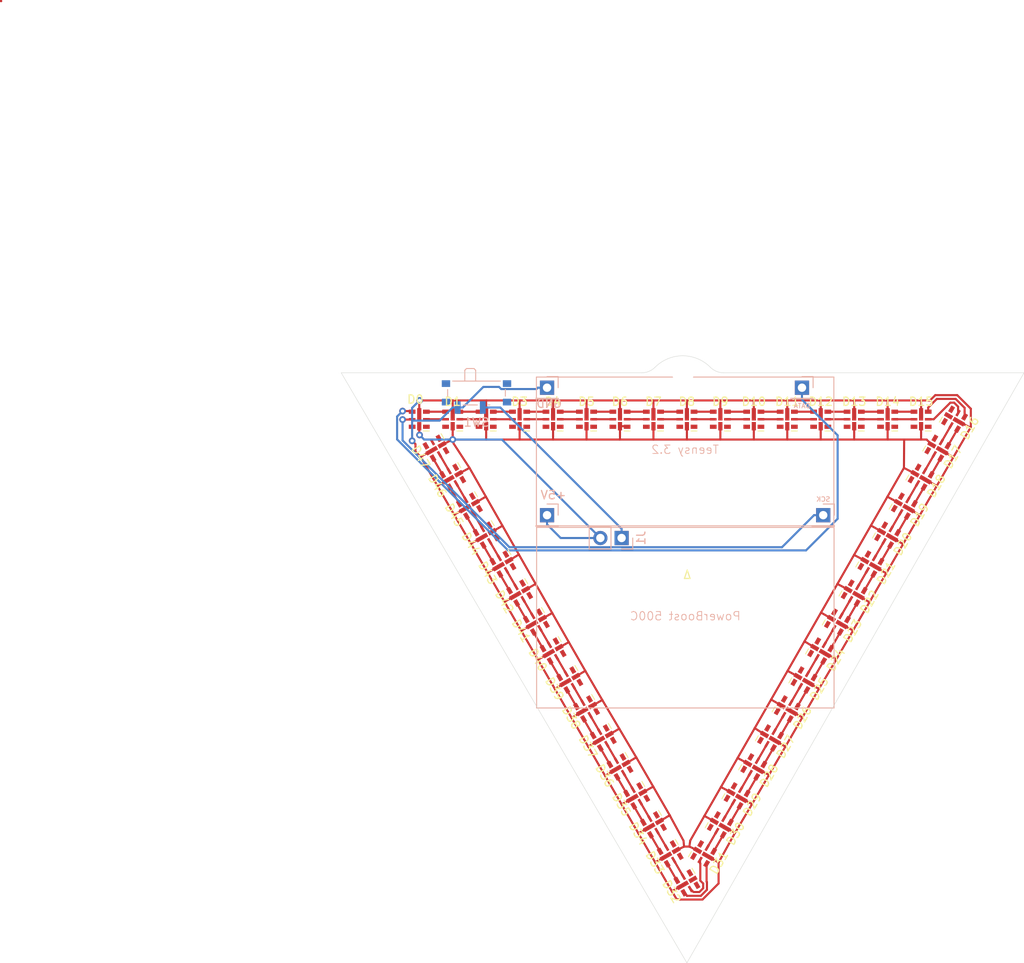
<source format=kicad_pcb>
(kicad_pcb (version 20171130) (host pcbnew "(5.1.2-1)-1")
  (layers (0 F.Cu signal) (31 B.Cu signal) (34 B.Paste user) (35 F.Paste user) (36 B.SilkS user) (37 F.SilkS user) (38 B.Mask user) (39 F.Mask user) (44 Edge.Cuts user))
  (net 0 "")
  (net 1 "Net-(D0-Pad2)")
  (net 2 "Net-(D0-Pad3)")
  (net 3 "Net-(D0-Pad5)")
  (net 4 "Net-(D0-Pad4)")
  (net 5 "Net-(D1-Pad3)")
  (net 6 "Net-(D1-Pad2)")
  (net 7 "Net-(D2-Pad3)")
  (net 8 "Net-(D2-Pad2)")
  (net 9 "Net-(D3-Pad2)")
  (net 10 "Net-(D3-Pad3)")
  (net 11 "Net-(D4-Pad3)")
  (net 12 "Net-(D4-Pad2)")
  (net 13 "Net-(D5-Pad2)")
  (net 14 "Net-(D5-Pad3)")
  (net 15 "Net-(D6-Pad3)")
  (net 16 "Net-(D6-Pad2)")
  (net 17 "Net-(D7-Pad2)")
  (net 18 "Net-(D7-Pad3)")
  (net 19 "Net-(D8-Pad3)")
  (net 20 "Net-(D8-Pad2)")
  (net 21 "Net-(D10-Pad5)")
  (net 22 "Net-(D10-Pad4)")
  (net 23 "Net-(D10-Pad3)")
  (net 24 "Net-(D10-Pad2)")
  (net 25 "Net-(D11-Pad2)")
  (net 26 "Net-(D11-Pad3)")
  (net 27 "Net-(D12-Pad2)")
  (net 28 "Net-(D12-Pad3)")
  (net 29 "Net-(D13-Pad3)")
  (net 30 "Net-(D13-Pad2)")
  (net 31 "Net-(D14-Pad2)")
  (net 32 "Net-(D14-Pad3)")
  (net 33 "Net-(D15-Pad3)")
  (net 34 "Net-(D15-Pad2)")
  (net 35 "Net-(D16-Pad2)")
  (net 36 "Net-(D16-Pad3)")
  (net 37 "Net-(D17-Pad3)")
  (net 38 "Net-(D17-Pad2)")
  (net 39 "Net-(D18-Pad2)")
  (net 40 "Net-(D18-Pad3)")
  (net 41 "Net-(D19-Pad3)")
  (net 42 "Net-(D19-Pad2)")
  (net 43 "Net-(D20-Pad2)")
  (net 44 "Net-(D20-Pad3)")
  (net 45 "Net-(D21-Pad3)")
  (net 46 "Net-(D21-Pad2)")
  (net 47 "Net-(D22-Pad2)")
  (net 48 "Net-(D22-Pad3)")
  (net 49 "Net-(D23-Pad3)")
  (net 50 "Net-(D23-Pad2)")
  (net 51 "Net-(D24-Pad3)")
  (net 52 "Net-(D24-Pad2)")
  (net 53 "Net-(D25-Pad2)")
  (net 54 "Net-(D25-Pad3)")
  (net 55 "Net-(D26-Pad3)")
  (net 56 "Net-(D26-Pad2)")
  (net 57 "Net-(D27-Pad2)")
  (net 58 "Net-(D27-Pad3)")
  (net 59 "Net-(D28-Pad3)")
  (net 60 "Net-(D28-Pad2)")
  (net 61 "Net-(D29-Pad3)")
  (net 62 "Net-(D29-Pad2)")
  (net 63 "Net-(D30-Pad2)")
  (net 64 "Net-(D30-Pad3)")
  (net 65 "Net-(D31-Pad3)")
  (net 66 "Net-(D31-Pad2)")
  (net 67 "Net-(D32-Pad2)")
  (net 68 "Net-(D32-Pad3)")
  (net 69 "Net-(D33-Pad3)")
  (net 70 "Net-(D33-Pad2)")
  (net 71 "Net-(D34-Pad2)")
  (net 72 "Net-(D34-Pad3)")
  (net 73 "Net-(D35-Pad3)")
  (net 74 "Net-(D35-Pad2)")
  (net 75 "Net-(D36-Pad3)")
  (net 76 "Net-(D36-Pad2)")
  (net 77 "Net-(D37-Pad2)")
  (net 78 "Net-(D37-Pad3)")
  (net 79 "Net-(D38-Pad3)")
  (net 80 "Net-(D38-Pad2)")
  (net 81 "Net-(D39-Pad2)")
  (net 82 "Net-(D39-Pad3)")
  (net 83 "Net-(D40-Pad3)")
  (net 84 "Net-(D40-Pad2)")
  (net 85 "Net-(D41-Pad2)")
  (net 86 "Net-(D41-Pad3)")
  (net 87 "Net-(D42-Pad2)")
  (net 88 "Net-(D42-Pad3)")
  (net 89 "Net-(D43-Pad2)")
  (net 90 "Net-(D43-Pad3)")
  (net 91 "Net-(D44-Pad3)")
  (net 92 "Net-(D44-Pad2)")
  (net 93 "Net-(D45-Pad2)")
  (net 94 "Net-(D45-Pad3)")
  (net 95 "Net-(D46-Pad3)")
  (net 96 "Net-(D46-Pad2)")
  (net 97 "Net-(D47-Pad2)")
  (net 98 "Net-(D47-Pad3)")
  (net 99 +5V)
  (net 100 GND)
  (module mechanical:Unplated_Through_Drill (layer F.Cu) (at 81.534 44.57446)
    (fp_text reference REF**)
    (fp_text value VAL**)
    (pad "" np_thru_hole circle (at 0 0) (size 2.54 2.54) (drill 2.54) (layers *.Cu *.Mask))
  )
  (module Button_Switch_SMD:SW_SPDT_PCM12 (layer B.Cu) (at 56.8452 47.1676)
    (fp_text reference SW1 (at 0 3.2) (layer B.SilkS) (effects (justify mirror)))
    (fp_text value SW_SPST)
    (pad "" smd rect (at -3.65 0.78) (size 1 0.8) (layers B.Cu B.Paste B.Mask))
    (pad "" smd rect (at 3.65 0.78) (size 1 0.8) (layers B.Cu B.Paste B.Mask))
    (pad "" smd rect (at 3.65 -1.43) (size 1 0.8) (layers B.Cu B.Paste B.Mask))
    (pad "" smd rect (at -3.65 -1.43) (size 1 0.8) (layers B.Cu B.Paste B.Mask))
    (pad 2 smd rect (at 0.75 1.43) (size 0.7 1.5) (layers B.Cu B.Paste B.Mask) (net 100 GND))
    (pad 1 smd rect (at -2.25 1.43) (size 0.7 1.5) (layers B.Cu B.Paste B.Mask) (net 100 GND))
    (pad "" np_thru_hole circle (at 1.5 -0.33) (size 0.9 0.9) (drill 0.9) (layers *.Cu *.Mask))
    (pad "" np_thru_hole circle (at -1.5 -0.33) (size 0.9 0.9) (drill 0.9) (layers *.Cu *.Mask))
  )
  (module LED_SMD:LED-APA102-2020 (layer F.Cu) (at 84 101.961524 60)
    (fp_text reference D31 (at 0 2.11 -120) (layer F.SilkS))
    (fp_text value APA102-2020)
    (pad 6 smd rect (at 0 0.59 150) (size 1.48 0.5) (layers F.Cu F.Paste F.Mask) (net 100 GND))
    (pad 1 smd rect (at 0 -0.83 150) (size 1 0.5) (layers F.Cu F.Paste F.Mask) (net 99 +5V))
    (pad 6 smd rect (at 0.85 -0.9 60) (size 0.8 0.5) (layers F.Cu F.Paste F.Mask) (net 100 GND))
    (pad 4 smd rect (at 0.85 0.9 60) (size 0.8 0.5) (layers F.Cu F.Paste F.Mask) (net 64 "Net-(D30-Pad3)"))
    (pad 5 smd rect (at 0.85 0 60) (size 0.8 0.3) (layers F.Cu F.Paste F.Mask) (net 63 "Net-(D30-Pad2)"))
    (pad 3 smd rect (at -0.85 0.9 60) (size 0.8 0.5) (layers F.Cu F.Paste F.Mask) (net 65 "Net-(D31-Pad3)"))
    (pad 2 smd rect (at -0.85 0 60) (size 0.8 0.3) (layers F.Cu F.Paste F.Mask) (net 66 "Net-(D31-Pad2)"))
    (pad 1 smd rect (at -0.85 -0.9 60) (size 0.8 0.5) (layers F.Cu F.Paste F.Mask) (net 99 +5V))
  )
  (module Connector_PinHeader_2.54mm:PinHeader_1x01_P2.54mm_Vertical (layer B.Cu) (at 65.278 46.228 180)
    (fp_text reference GND (at -0.254 -1.905) (layer B.SilkS) (effects (justify mirror)))
    (fp_text value GND)
    (pad 1 thru_hole rect (at 0 0 180) (size 1.7 1.7) (drill 1) (layers *.Cu *.Mask) (net 100 GND))
  )
  (module Connector_PinHeader_2.54mm:PinHeader_1x01_P2.54mm_Vertical (layer B.Cu) (at 65.278 61.468 180)
    (fp_text reference +5V (at -0.762 2.413) (layer B.SilkS) (effects (justify mirror)))
    (fp_text value +5V)
    (pad 1 thru_hole rect (at 0 0 180) (size 1.7 1.7) (drill 1) (layers *.Cu *.Mask) (net 99 +5V))
  )
  (module LED_SMD:LED-APA102-2020 (layer F.Cu) (at 50 50 180)
    (fp_text reference D0 hide)
    (fp_text value APA102-2020)
    (pad 1 smd rect (at -0.85 -0.9 180) (size 0.8 0.5) (layers F.Cu F.Paste F.Mask) (net 99 +5V))
    (pad 2 smd rect (at -0.85 0 180) (size 0.8 0.3) (layers F.Cu F.Paste F.Mask) (net 1 "Net-(D0-Pad2)"))
    (pad 3 smd rect (at -0.85 0.9 180) (size 0.8 0.5) (layers F.Cu F.Paste F.Mask) (net 2 "Net-(D0-Pad3)"))
    (pad 5 smd rect (at 0.85 0 180) (size 0.8 0.3) (layers F.Cu F.Paste F.Mask) (net 3 "Net-(D0-Pad5)"))
    (pad 4 smd rect (at 0.85 0.9 180) (size 0.8 0.5) (layers F.Cu F.Paste F.Mask) (net 4 "Net-(D0-Pad4)"))
    (pad 6 smd rect (at 0.85 -0.9 180) (size 0.8 0.5) (layers F.Cu F.Paste F.Mask) (net 100 GND))
    (pad 1 smd rect (at 0 -0.83 270) (size 1 0.5) (layers F.Cu F.Paste F.Mask) (net 99 +5V))
    (pad 6 smd rect (at 0 0.59 270) (size 1.48 0.5) (layers F.Cu F.Paste F.Mask) (net 100 GND))
  )
  (module LED_SMD:LED-APA102-2020 (layer F.Cu) (at 54 50 180)
    (fp_text reference D1 (at 0 2.11) (layer F.SilkS))
    (fp_text value APA102-2020)
    (pad 6 smd rect (at 0 0.59 270) (size 1.48 0.5) (layers F.Cu F.Paste F.Mask) (net 100 GND))
    (pad 1 smd rect (at 0 -0.83 270) (size 1 0.5) (layers F.Cu F.Paste F.Mask) (net 99 +5V))
    (pad 6 smd rect (at 0.85 -0.9 180) (size 0.8 0.5) (layers F.Cu F.Paste F.Mask) (net 100 GND))
    (pad 4 smd rect (at 0.85 0.9 180) (size 0.8 0.5) (layers F.Cu F.Paste F.Mask) (net 2 "Net-(D0-Pad3)"))
    (pad 5 smd rect (at 0.85 0 180) (size 0.8 0.3) (layers F.Cu F.Paste F.Mask) (net 1 "Net-(D0-Pad2)"))
    (pad 3 smd rect (at -0.85 0.9 180) (size 0.8 0.5) (layers F.Cu F.Paste F.Mask) (net 5 "Net-(D1-Pad3)"))
    (pad 2 smd rect (at -0.85 0 180) (size 0.8 0.3) (layers F.Cu F.Paste F.Mask) (net 6 "Net-(D1-Pad2)"))
    (pad 1 smd rect (at -0.85 -0.9 180) (size 0.8 0.5) (layers F.Cu F.Paste F.Mask) (net 99 +5V))
  )
  (module LED_SMD:LED-APA102-2020 (layer F.Cu) (at 58 50 180)
    (fp_text reference D2 hide)
    (fp_text value APA102-2020)
    (pad 1 smd rect (at -0.85 -0.9 180) (size 0.8 0.5) (layers F.Cu F.Paste F.Mask) (net 99 +5V))
    (pad 2 smd rect (at -0.85 0 180) (size 0.8 0.3) (layers F.Cu F.Paste F.Mask) (net 8 "Net-(D2-Pad2)"))
    (pad 3 smd rect (at -0.85 0.9 180) (size 0.8 0.5) (layers F.Cu F.Paste F.Mask) (net 7 "Net-(D2-Pad3)"))
    (pad 5 smd rect (at 0.85 0 180) (size 0.8 0.3) (layers F.Cu F.Paste F.Mask) (net 6 "Net-(D1-Pad2)"))
    (pad 4 smd rect (at 0.85 0.9 180) (size 0.8 0.5) (layers F.Cu F.Paste F.Mask) (net 5 "Net-(D1-Pad3)"))
    (pad 6 smd rect (at 0.85 -0.9 180) (size 0.8 0.5) (layers F.Cu F.Paste F.Mask) (net 100 GND))
    (pad 1 smd rect (at 0 -0.83 270) (size 1 0.5) (layers F.Cu F.Paste F.Mask) (net 99 +5V))
    (pad 6 smd rect (at 0 0.59 270) (size 1.48 0.5) (layers F.Cu F.Paste F.Mask) (net 100 GND))
  )
  (module LED_SMD:LED-APA102-2020 (layer F.Cu) (at 62 50 180)
    (fp_text reference D3 (at 0 2.11) (layer F.SilkS))
    (fp_text value APA102-2020)
    (pad 1 smd rect (at -0.85 -0.9 180) (size 0.8 0.5) (layers F.Cu F.Paste F.Mask) (net 99 +5V))
    (pad 2 smd rect (at -0.85 0 180) (size 0.8 0.3) (layers F.Cu F.Paste F.Mask) (net 9 "Net-(D3-Pad2)"))
    (pad 3 smd rect (at -0.85 0.9 180) (size 0.8 0.5) (layers F.Cu F.Paste F.Mask) (net 10 "Net-(D3-Pad3)"))
    (pad 5 smd rect (at 0.85 0 180) (size 0.8 0.3) (layers F.Cu F.Paste F.Mask) (net 8 "Net-(D2-Pad2)"))
    (pad 4 smd rect (at 0.85 0.9 180) (size 0.8 0.5) (layers F.Cu F.Paste F.Mask) (net 7 "Net-(D2-Pad3)"))
    (pad 6 smd rect (at 0.85 -0.9 180) (size 0.8 0.5) (layers F.Cu F.Paste F.Mask) (net 100 GND))
    (pad 1 smd rect (at 0 -0.83 270) (size 1 0.5) (layers F.Cu F.Paste F.Mask) (net 99 +5V))
    (pad 6 smd rect (at 0 0.59 270) (size 1.48 0.5) (layers F.Cu F.Paste F.Mask) (net 100 GND))
  )
  (module LED_SMD:LED-APA102-2020 (layer F.Cu) (at 66 50 180)
    (fp_text reference D4 (at 0 2.11) (layer F.SilkS))
    (fp_text value APA102-2020)
    (pad 6 smd rect (at 0 0.59 270) (size 1.48 0.5) (layers F.Cu F.Paste F.Mask) (net 100 GND))
    (pad 1 smd rect (at 0 -0.83 270) (size 1 0.5) (layers F.Cu F.Paste F.Mask) (net 99 +5V))
    (pad 6 smd rect (at 0.85 -0.9 180) (size 0.8 0.5) (layers F.Cu F.Paste F.Mask) (net 100 GND))
    (pad 4 smd rect (at 0.85 0.9 180) (size 0.8 0.5) (layers F.Cu F.Paste F.Mask) (net 10 "Net-(D3-Pad3)"))
    (pad 5 smd rect (at 0.85 0 180) (size 0.8 0.3) (layers F.Cu F.Paste F.Mask) (net 9 "Net-(D3-Pad2)"))
    (pad 3 smd rect (at -0.85 0.9 180) (size 0.8 0.5) (layers F.Cu F.Paste F.Mask) (net 11 "Net-(D4-Pad3)"))
    (pad 2 smd rect (at -0.85 0 180) (size 0.8 0.3) (layers F.Cu F.Paste F.Mask) (net 12 "Net-(D4-Pad2)"))
    (pad 1 smd rect (at -0.85 -0.9 180) (size 0.8 0.5) (layers F.Cu F.Paste F.Mask) (net 99 +5V))
  )
  (module LED_SMD:LED-APA102-2020 (layer F.Cu) (at 70 50 180)
    (fp_text reference D5 (at 0 2.11) (layer F.SilkS))
    (fp_text value APA102-2020)
    (pad 1 smd rect (at -0.85 -0.9 180) (size 0.8 0.5) (layers F.Cu F.Paste F.Mask) (net 99 +5V))
    (pad 2 smd rect (at -0.85 0 180) (size 0.8 0.3) (layers F.Cu F.Paste F.Mask) (net 13 "Net-(D5-Pad2)"))
    (pad 3 smd rect (at -0.85 0.9 180) (size 0.8 0.5) (layers F.Cu F.Paste F.Mask) (net 14 "Net-(D5-Pad3)"))
    (pad 5 smd rect (at 0.85 0 180) (size 0.8 0.3) (layers F.Cu F.Paste F.Mask) (net 12 "Net-(D4-Pad2)"))
    (pad 4 smd rect (at 0.85 0.9 180) (size 0.8 0.5) (layers F.Cu F.Paste F.Mask) (net 11 "Net-(D4-Pad3)"))
    (pad 6 smd rect (at 0.85 -0.9 180) (size 0.8 0.5) (layers F.Cu F.Paste F.Mask) (net 100 GND))
    (pad 1 smd rect (at 0 -0.83 270) (size 1 0.5) (layers F.Cu F.Paste F.Mask) (net 99 +5V))
    (pad 6 smd rect (at 0 0.59 270) (size 1.48 0.5) (layers F.Cu F.Paste F.Mask) (net 100 GND))
  )
  (module LED_SMD:LED-APA102-2020 (layer F.Cu) (at 74 50 180)
    (fp_text reference D6 (at 0 2.11) (layer F.SilkS))
    (fp_text value APA102-2020)
    (pad 6 smd rect (at 0 0.59 270) (size 1.48 0.5) (layers F.Cu F.Paste F.Mask) (net 100 GND))
    (pad 1 smd rect (at 0 -0.83 270) (size 1 0.5) (layers F.Cu F.Paste F.Mask) (net 99 +5V))
    (pad 6 smd rect (at 0.85 -0.9 180) (size 0.8 0.5) (layers F.Cu F.Paste F.Mask) (net 100 GND))
    (pad 4 smd rect (at 0.85 0.9 180) (size 0.8 0.5) (layers F.Cu F.Paste F.Mask) (net 14 "Net-(D5-Pad3)"))
    (pad 5 smd rect (at 0.85 0 180) (size 0.8 0.3) (layers F.Cu F.Paste F.Mask) (net 13 "Net-(D5-Pad2)"))
    (pad 3 smd rect (at -0.85 0.9 180) (size 0.8 0.5) (layers F.Cu F.Paste F.Mask) (net 15 "Net-(D6-Pad3)"))
    (pad 2 smd rect (at -0.85 0 180) (size 0.8 0.3) (layers F.Cu F.Paste F.Mask) (net 16 "Net-(D6-Pad2)"))
    (pad 1 smd rect (at -0.85 -0.9 180) (size 0.8 0.5) (layers F.Cu F.Paste F.Mask) (net 99 +5V))
  )
  (module LED_SMD:LED-APA102-2020 (layer F.Cu) (at 78 50 180)
    (fp_text reference D7 (at 0 2.11) (layer F.SilkS))
    (fp_text value APA102-2020)
    (pad 1 smd rect (at -0.85 -0.9 180) (size 0.8 0.5) (layers F.Cu F.Paste F.Mask) (net 99 +5V))
    (pad 2 smd rect (at -0.85 0 180) (size 0.8 0.3) (layers F.Cu F.Paste F.Mask) (net 17 "Net-(D7-Pad2)"))
    (pad 3 smd rect (at -0.85 0.9 180) (size 0.8 0.5) (layers F.Cu F.Paste F.Mask) (net 18 "Net-(D7-Pad3)"))
    (pad 5 smd rect (at 0.85 0 180) (size 0.8 0.3) (layers F.Cu F.Paste F.Mask) (net 16 "Net-(D6-Pad2)"))
    (pad 4 smd rect (at 0.85 0.9 180) (size 0.8 0.5) (layers F.Cu F.Paste F.Mask) (net 15 "Net-(D6-Pad3)"))
    (pad 6 smd rect (at 0.85 -0.9 180) (size 0.8 0.5) (layers F.Cu F.Paste F.Mask) (net 100 GND))
    (pad 1 smd rect (at 0 -0.83 270) (size 1 0.5) (layers F.Cu F.Paste F.Mask) (net 99 +5V))
    (pad 6 smd rect (at 0 0.59 270) (size 1.48 0.5) (layers F.Cu F.Paste F.Mask) (net 100 GND))
  )
  (module LED_SMD:LED-APA102-2020 (layer F.Cu) (at 82 50 180)
    (fp_text reference D8 (at 0 2.11) (layer F.SilkS))
    (fp_text value APA102-2020)
    (pad 6 smd rect (at 0 0.59 270) (size 1.48 0.5) (layers F.Cu F.Paste F.Mask) (net 100 GND))
    (pad 1 smd rect (at 0 -0.83 270) (size 1 0.5) (layers F.Cu F.Paste F.Mask) (net 99 +5V))
    (pad 6 smd rect (at 0.85 -0.9 180) (size 0.8 0.5) (layers F.Cu F.Paste F.Mask) (net 100 GND))
    (pad 4 smd rect (at 0.85 0.9 180) (size 0.8 0.5) (layers F.Cu F.Paste F.Mask) (net 18 "Net-(D7-Pad3)"))
    (pad 5 smd rect (at 0.85 0 180) (size 0.8 0.3) (layers F.Cu F.Paste F.Mask) (net 17 "Net-(D7-Pad2)"))
    (pad 3 smd rect (at -0.85 0.9 180) (size 0.8 0.5) (layers F.Cu F.Paste F.Mask) (net 19 "Net-(D8-Pad3)"))
    (pad 2 smd rect (at -0.85 0 180) (size 0.8 0.3) (layers F.Cu F.Paste F.Mask) (net 20 "Net-(D8-Pad2)"))
    (pad 1 smd rect (at -0.85 -0.9 180) (size 0.8 0.5) (layers F.Cu F.Paste F.Mask) (net 99 +5V))
  )
  (module LED_SMD:LED-APA102-2020 (layer F.Cu) (at 86 50 180)
    (fp_text reference D9 (at 0 2.11) (layer F.SilkS))
    (fp_text value APA102-2020)
    (pad 1 smd rect (at -0.85 -0.9 180) (size 0.8 0.5) (layers F.Cu F.Paste F.Mask) (net 99 +5V))
    (pad 2 smd rect (at -0.85 0 180) (size 0.8 0.3) (layers F.Cu F.Paste F.Mask) (net 21 "Net-(D10-Pad5)"))
    (pad 3 smd rect (at -0.85 0.9 180) (size 0.8 0.5) (layers F.Cu F.Paste F.Mask) (net 22 "Net-(D10-Pad4)"))
    (pad 5 smd rect (at 0.85 0 180) (size 0.8 0.3) (layers F.Cu F.Paste F.Mask) (net 20 "Net-(D8-Pad2)"))
    (pad 4 smd rect (at 0.85 0.9 180) (size 0.8 0.5) (layers F.Cu F.Paste F.Mask) (net 19 "Net-(D8-Pad3)"))
    (pad 6 smd rect (at 0.85 -0.9 180) (size 0.8 0.5) (layers F.Cu F.Paste F.Mask) (net 100 GND))
    (pad 1 smd rect (at 0 -0.83 270) (size 1 0.5) (layers F.Cu F.Paste F.Mask) (net 99 +5V))
    (pad 6 smd rect (at 0 0.59 270) (size 1.48 0.5) (layers F.Cu F.Paste F.Mask) (net 100 GND))
  )
  (module LED_SMD:LED-APA102-2020 (layer F.Cu) (at 90 50 180)
    (fp_text reference D10 (at 0 2.11) (layer F.SilkS))
    (fp_text value APA102-2020)
    (pad 6 smd rect (at 0 0.59 270) (size 1.48 0.5) (layers F.Cu F.Paste F.Mask) (net 100 GND))
    (pad 1 smd rect (at 0 -0.83 270) (size 1 0.5) (layers F.Cu F.Paste F.Mask) (net 99 +5V))
    (pad 6 smd rect (at 0.85 -0.9 180) (size 0.8 0.5) (layers F.Cu F.Paste F.Mask) (net 100 GND))
    (pad 4 smd rect (at 0.85 0.9 180) (size 0.8 0.5) (layers F.Cu F.Paste F.Mask) (net 22 "Net-(D10-Pad4)"))
    (pad 5 smd rect (at 0.85 0 180) (size 0.8 0.3) (layers F.Cu F.Paste F.Mask) (net 21 "Net-(D10-Pad5)"))
    (pad 3 smd rect (at -0.85 0.9 180) (size 0.8 0.5) (layers F.Cu F.Paste F.Mask) (net 23 "Net-(D10-Pad3)"))
    (pad 2 smd rect (at -0.85 0 180) (size 0.8 0.3) (layers F.Cu F.Paste F.Mask) (net 24 "Net-(D10-Pad2)"))
    (pad 1 smd rect (at -0.85 -0.9 180) (size 0.8 0.5) (layers F.Cu F.Paste F.Mask) (net 99 +5V))
  )
  (module LED_SMD:LED-APA102-2020 (layer F.Cu) (at 94 50 180)
    (fp_text reference D11 (at 0 2.11) (layer F.SilkS))
    (fp_text value APA102-2020)
    (pad 1 smd rect (at -0.85 -0.9 180) (size 0.8 0.5) (layers F.Cu F.Paste F.Mask) (net 99 +5V))
    (pad 2 smd rect (at -0.85 0 180) (size 0.8 0.3) (layers F.Cu F.Paste F.Mask) (net 25 "Net-(D11-Pad2)"))
    (pad 3 smd rect (at -0.85 0.9 180) (size 0.8 0.5) (layers F.Cu F.Paste F.Mask) (net 26 "Net-(D11-Pad3)"))
    (pad 5 smd rect (at 0.85 0 180) (size 0.8 0.3) (layers F.Cu F.Paste F.Mask) (net 24 "Net-(D10-Pad2)"))
    (pad 4 smd rect (at 0.85 0.9 180) (size 0.8 0.5) (layers F.Cu F.Paste F.Mask) (net 23 "Net-(D10-Pad3)"))
    (pad 6 smd rect (at 0.85 -0.9 180) (size 0.8 0.5) (layers F.Cu F.Paste F.Mask) (net 100 GND))
    (pad 1 smd rect (at 0 -0.83 270) (size 1 0.5) (layers F.Cu F.Paste F.Mask) (net 99 +5V))
    (pad 6 smd rect (at 0 0.59 270) (size 1.48 0.5) (layers F.Cu F.Paste F.Mask) (net 100 GND))
  )
  (module LED_SMD:LED-APA102-2020 (layer F.Cu) (at 98 50 180)
    (fp_text reference D12 (at 0 2.11) (layer F.SilkS))
    (fp_text value APA102-2020)
    (pad 1 smd rect (at -0.85 -0.9 180) (size 0.8 0.5) (layers F.Cu F.Paste F.Mask) (net 99 +5V))
    (pad 2 smd rect (at -0.85 0 180) (size 0.8 0.3) (layers F.Cu F.Paste F.Mask) (net 27 "Net-(D12-Pad2)"))
    (pad 3 smd rect (at -0.85 0.9 180) (size 0.8 0.5) (layers F.Cu F.Paste F.Mask) (net 28 "Net-(D12-Pad3)"))
    (pad 5 smd rect (at 0.85 0 180) (size 0.8 0.3) (layers F.Cu F.Paste F.Mask) (net 25 "Net-(D11-Pad2)"))
    (pad 4 smd rect (at 0.85 0.9 180) (size 0.8 0.5) (layers F.Cu F.Paste F.Mask) (net 26 "Net-(D11-Pad3)"))
    (pad 6 smd rect (at 0.85 -0.9 180) (size 0.8 0.5) (layers F.Cu F.Paste F.Mask) (net 100 GND))
    (pad 1 smd rect (at 0 -0.83 270) (size 1 0.5) (layers F.Cu F.Paste F.Mask) (net 99 +5V))
    (pad 6 smd rect (at 0 0.59 270) (size 1.48 0.5) (layers F.Cu F.Paste F.Mask) (net 100 GND))
  )
  (module LED_SMD:LED-APA102-2020 (layer F.Cu) (at 102 50 180)
    (fp_text reference D13 (at 0 2.11) (layer F.SilkS))
    (fp_text value APA102-2020)
    (pad 6 smd rect (at 0 0.59 270) (size 1.48 0.5) (layers F.Cu F.Paste F.Mask) (net 100 GND))
    (pad 1 smd rect (at 0 -0.83 270) (size 1 0.5) (layers F.Cu F.Paste F.Mask) (net 99 +5V))
    (pad 6 smd rect (at 0.85 -0.9 180) (size 0.8 0.5) (layers F.Cu F.Paste F.Mask) (net 100 GND))
    (pad 4 smd rect (at 0.85 0.9 180) (size 0.8 0.5) (layers F.Cu F.Paste F.Mask) (net 28 "Net-(D12-Pad3)"))
    (pad 5 smd rect (at 0.85 0 180) (size 0.8 0.3) (layers F.Cu F.Paste F.Mask) (net 27 "Net-(D12-Pad2)"))
    (pad 3 smd rect (at -0.85 0.9 180) (size 0.8 0.5) (layers F.Cu F.Paste F.Mask) (net 29 "Net-(D13-Pad3)"))
    (pad 2 smd rect (at -0.85 0 180) (size 0.8 0.3) (layers F.Cu F.Paste F.Mask) (net 30 "Net-(D13-Pad2)"))
    (pad 1 smd rect (at -0.85 -0.9 180) (size 0.8 0.5) (layers F.Cu F.Paste F.Mask) (net 99 +5V))
  )
  (module LED_SMD:LED-APA102-2020 (layer F.Cu) (at 106 50 180)
    (fp_text reference D14 (at 0 2.11) (layer F.SilkS))
    (fp_text value APA102-2020)
    (pad 1 smd rect (at -0.85 -0.9 180) (size 0.8 0.5) (layers F.Cu F.Paste F.Mask) (net 99 +5V))
    (pad 2 smd rect (at -0.85 0 180) (size 0.8 0.3) (layers F.Cu F.Paste F.Mask) (net 31 "Net-(D14-Pad2)"))
    (pad 3 smd rect (at -0.85 0.9 180) (size 0.8 0.5) (layers F.Cu F.Paste F.Mask) (net 32 "Net-(D14-Pad3)"))
    (pad 5 smd rect (at 0.85 0 180) (size 0.8 0.3) (layers F.Cu F.Paste F.Mask) (net 30 "Net-(D13-Pad2)"))
    (pad 4 smd rect (at 0.85 0.9 180) (size 0.8 0.5) (layers F.Cu F.Paste F.Mask) (net 29 "Net-(D13-Pad3)"))
    (pad 6 smd rect (at 0.85 -0.9 180) (size 0.8 0.5) (layers F.Cu F.Paste F.Mask) (net 100 GND))
    (pad 1 smd rect (at 0 -0.83 270) (size 1 0.5) (layers F.Cu F.Paste F.Mask) (net 99 +5V))
    (pad 6 smd rect (at 0 0.59 270) (size 1.48 0.5) (layers F.Cu F.Paste F.Mask) (net 100 GND))
  )
  (module LED_SMD:LED-APA102-2020 (layer F.Cu) (at 110 50 180)
    (fp_text reference D15 (at 0 2.11) (layer F.SilkS))
    (fp_text value APA102-2020)
    (pad 6 smd rect (at 0 0.59 270) (size 1.48 0.5) (layers F.Cu F.Paste F.Mask) (net 100 GND))
    (pad 1 smd rect (at 0 -0.83 270) (size 1 0.5) (layers F.Cu F.Paste F.Mask) (net 99 +5V))
    (pad 6 smd rect (at 0.85 -0.9 180) (size 0.8 0.5) (layers F.Cu F.Paste F.Mask) (net 100 GND))
    (pad 4 smd rect (at 0.85 0.9 180) (size 0.8 0.5) (layers F.Cu F.Paste F.Mask) (net 32 "Net-(D14-Pad3)"))
    (pad 5 smd rect (at 0.85 0 180) (size 0.8 0.3) (layers F.Cu F.Paste F.Mask) (net 31 "Net-(D14-Pad2)"))
    (pad 3 smd rect (at -0.85 0.9 180) (size 0.8 0.5) (layers F.Cu F.Paste F.Mask) (net 33 "Net-(D15-Pad3)"))
    (pad 2 smd rect (at -0.85 0 180) (size 0.8 0.3) (layers F.Cu F.Paste F.Mask) (net 34 "Net-(D15-Pad2)"))
    (pad 1 smd rect (at -0.85 -0.9 180) (size 0.8 0.5) (layers F.Cu F.Paste F.Mask) (net 99 +5V))
  )
  (module LED_SMD:LED-APA102-2020 (layer F.Cu) (at 114 50 60)
    (fp_text reference D16 (at 0 2.11 -120) (layer F.SilkS))
    (fp_text value APA102-2020)
    (pad 1 smd rect (at -0.85 -0.9 60) (size 0.8 0.5) (layers F.Cu F.Paste F.Mask) (net 99 +5V))
    (pad 2 smd rect (at -0.85 0 60) (size 0.8 0.3) (layers F.Cu F.Paste F.Mask) (net 35 "Net-(D16-Pad2)"))
    (pad 3 smd rect (at -0.85 0.9 60) (size 0.8 0.5) (layers F.Cu F.Paste F.Mask) (net 36 "Net-(D16-Pad3)"))
    (pad 5 smd rect (at 0.85 0 60) (size 0.8 0.3) (layers F.Cu F.Paste F.Mask) (net 34 "Net-(D15-Pad2)"))
    (pad 4 smd rect (at 0.85 0.9 60) (size 0.8 0.5) (layers F.Cu F.Paste F.Mask) (net 33 "Net-(D15-Pad3)"))
    (pad 6 smd rect (at 0.85 -0.9 60) (size 0.8 0.5) (layers F.Cu F.Paste F.Mask) (net 100 GND))
    (pad 1 smd rect (at 0 -0.83 150) (size 1 0.5) (layers F.Cu F.Paste F.Mask) (net 99 +5V))
    (pad 6 smd rect (at 0 0.59 150) (size 1.48 0.5) (layers F.Cu F.Paste F.Mask) (net 100 GND))
  )
  (module LED_SMD:LED-APA102-2020 (layer F.Cu) (at 112 53.464101 60)
    (fp_text reference D17 (at 0 2.11 -120) (layer F.SilkS))
    (fp_text value APA102-2020)
    (pad 6 smd rect (at 0 0.59 150) (size 1.48 0.5) (layers F.Cu F.Paste F.Mask) (net 100 GND))
    (pad 1 smd rect (at 0 -0.83 150) (size 1 0.5) (layers F.Cu F.Paste F.Mask) (net 99 +5V))
    (pad 6 smd rect (at 0.85 -0.9 60) (size 0.8 0.5) (layers F.Cu F.Paste F.Mask) (net 100 GND))
    (pad 4 smd rect (at 0.85 0.9 60) (size 0.8 0.5) (layers F.Cu F.Paste F.Mask) (net 36 "Net-(D16-Pad3)"))
    (pad 5 smd rect (at 0.85 0 60) (size 0.8 0.3) (layers F.Cu F.Paste F.Mask) (net 35 "Net-(D16-Pad2)"))
    (pad 3 smd rect (at -0.85 0.9 60) (size 0.8 0.5) (layers F.Cu F.Paste F.Mask) (net 37 "Net-(D17-Pad3)"))
    (pad 2 smd rect (at -0.85 0 60) (size 0.8 0.3) (layers F.Cu F.Paste F.Mask) (net 38 "Net-(D17-Pad2)"))
    (pad 1 smd rect (at -0.85 -0.9 60) (size 0.8 0.5) (layers F.Cu F.Paste F.Mask) (net 99 +5V))
  )
  (module LED_SMD:LED-APA102-2020 (layer F.Cu) (at 110 56.928203 60)
    (fp_text reference D18 (at 0 2.11 -120) (layer F.SilkS))
    (fp_text value APA102-2020)
    (pad 1 smd rect (at -0.85 -0.9 60) (size 0.8 0.5) (layers F.Cu F.Paste F.Mask) (net 99 +5V))
    (pad 2 smd rect (at -0.85 0 60) (size 0.8 0.3) (layers F.Cu F.Paste F.Mask) (net 39 "Net-(D18-Pad2)"))
    (pad 3 smd rect (at -0.85 0.9 60) (size 0.8 0.5) (layers F.Cu F.Paste F.Mask) (net 40 "Net-(D18-Pad3)"))
    (pad 5 smd rect (at 0.85 0 60) (size 0.8 0.3) (layers F.Cu F.Paste F.Mask) (net 38 "Net-(D17-Pad2)"))
    (pad 4 smd rect (at 0.85 0.9 60) (size 0.8 0.5) (layers F.Cu F.Paste F.Mask) (net 37 "Net-(D17-Pad3)"))
    (pad 6 smd rect (at 0.85 -0.9 60) (size 0.8 0.5) (layers F.Cu F.Paste F.Mask) (net 100 GND))
    (pad 1 smd rect (at 0 -0.83 150) (size 1 0.5) (layers F.Cu F.Paste F.Mask) (net 99 +5V))
    (pad 6 smd rect (at 0 0.59 150) (size 1.48 0.5) (layers F.Cu F.Paste F.Mask) (net 100 GND))
  )
  (module LED_SMD:LED-APA102-2020 (layer F.Cu) (at 108 60.392304 60)
    (fp_text reference D19 (at 0 2.11 -120) (layer F.SilkS))
    (fp_text value APA102-2020)
    (pad 6 smd rect (at 0 0.59 150) (size 1.48 0.5) (layers F.Cu F.Paste F.Mask) (net 100 GND))
    (pad 1 smd rect (at 0 -0.83 150) (size 1 0.5) (layers F.Cu F.Paste F.Mask) (net 99 +5V))
    (pad 6 smd rect (at 0.85 -0.9 60) (size 0.8 0.5) (layers F.Cu F.Paste F.Mask) (net 100 GND))
    (pad 4 smd rect (at 0.85 0.9 60) (size 0.8 0.5) (layers F.Cu F.Paste F.Mask) (net 40 "Net-(D18-Pad3)"))
    (pad 5 smd rect (at 0.85 0 60) (size 0.8 0.3) (layers F.Cu F.Paste F.Mask) (net 39 "Net-(D18-Pad2)"))
    (pad 3 smd rect (at -0.85 0.9 60) (size 0.8 0.5) (layers F.Cu F.Paste F.Mask) (net 41 "Net-(D19-Pad3)"))
    (pad 2 smd rect (at -0.85 0 60) (size 0.8 0.3) (layers F.Cu F.Paste F.Mask) (net 42 "Net-(D19-Pad2)"))
    (pad 1 smd rect (at -0.85 -0.9 60) (size 0.8 0.5) (layers F.Cu F.Paste F.Mask) (net 99 +5V))
  )
  (module LED_SMD:LED-APA102-2020 (layer F.Cu) (at 106 63.856406 60)
    (fp_text reference D20 (at 0 2.11 -120) (layer F.SilkS))
    (fp_text value APA102-2020)
    (pad 1 smd rect (at -0.85 -0.9 60) (size 0.8 0.5) (layers F.Cu F.Paste F.Mask) (net 99 +5V))
    (pad 2 smd rect (at -0.85 0 60) (size 0.8 0.3) (layers F.Cu F.Paste F.Mask) (net 43 "Net-(D20-Pad2)"))
    (pad 3 smd rect (at -0.85 0.9 60) (size 0.8 0.5) (layers F.Cu F.Paste F.Mask) (net 44 "Net-(D20-Pad3)"))
    (pad 5 smd rect (at 0.85 0 60) (size 0.8 0.3) (layers F.Cu F.Paste F.Mask) (net 42 "Net-(D19-Pad2)"))
    (pad 4 smd rect (at 0.85 0.9 60) (size 0.8 0.5) (layers F.Cu F.Paste F.Mask) (net 41 "Net-(D19-Pad3)"))
    (pad 6 smd rect (at 0.85 -0.9 60) (size 0.8 0.5) (layers F.Cu F.Paste F.Mask) (net 100 GND))
    (pad 1 smd rect (at 0 -0.83 150) (size 1 0.5) (layers F.Cu F.Paste F.Mask) (net 99 +5V))
    (pad 6 smd rect (at 0 0.59 150) (size 1.48 0.5) (layers F.Cu F.Paste F.Mask) (net 100 GND))
  )
  (module LED_SMD:LED-APA102-2020 (layer F.Cu) (at 104 67.320508 60)
    (fp_text reference D21 (at 0 2.11 -120) (layer F.SilkS))
    (fp_text value APA102-2020)
    (pad 6 smd rect (at 0 0.59 150) (size 1.48 0.5) (layers F.Cu F.Paste F.Mask) (net 100 GND))
    (pad 1 smd rect (at 0 -0.83 150) (size 1 0.5) (layers F.Cu F.Paste F.Mask) (net 99 +5V))
    (pad 6 smd rect (at 0.85 -0.9 60) (size 0.8 0.5) (layers F.Cu F.Paste F.Mask) (net 100 GND))
    (pad 4 smd rect (at 0.85 0.9 60) (size 0.8 0.5) (layers F.Cu F.Paste F.Mask) (net 44 "Net-(D20-Pad3)"))
    (pad 5 smd rect (at 0.85 0 60) (size 0.8 0.3) (layers F.Cu F.Paste F.Mask) (net 43 "Net-(D20-Pad2)"))
    (pad 3 smd rect (at -0.85 0.9 60) (size 0.8 0.5) (layers F.Cu F.Paste F.Mask) (net 45 "Net-(D21-Pad3)"))
    (pad 2 smd rect (at -0.85 0 60) (size 0.8 0.3) (layers F.Cu F.Paste F.Mask) (net 46 "Net-(D21-Pad2)"))
    (pad 1 smd rect (at -0.85 -0.9 60) (size 0.8 0.5) (layers F.Cu F.Paste F.Mask) (net 99 +5V))
  )
  (module LED_SMD:LED-APA102-2020 (layer F.Cu) (at 102 70.784609 60)
    (fp_text reference D22 (at 0 2.11 -120) (layer F.SilkS))
    (fp_text value APA102-2020)
    (pad 1 smd rect (at -0.85 -0.9 60) (size 0.8 0.5) (layers F.Cu F.Paste F.Mask) (net 99 +5V))
    (pad 2 smd rect (at -0.85 0 60) (size 0.8 0.3) (layers F.Cu F.Paste F.Mask) (net 47 "Net-(D22-Pad2)"))
    (pad 3 smd rect (at -0.85 0.9 60) (size 0.8 0.5) (layers F.Cu F.Paste F.Mask) (net 48 "Net-(D22-Pad3)"))
    (pad 5 smd rect (at 0.85 0 60) (size 0.8 0.3) (layers F.Cu F.Paste F.Mask) (net 46 "Net-(D21-Pad2)"))
    (pad 4 smd rect (at 0.85 0.9 60) (size 0.8 0.5) (layers F.Cu F.Paste F.Mask) (net 45 "Net-(D21-Pad3)"))
    (pad 6 smd rect (at 0.85 -0.9 60) (size 0.8 0.5) (layers F.Cu F.Paste F.Mask) (net 100 GND))
    (pad 1 smd rect (at 0 -0.83 150) (size 1 0.5) (layers F.Cu F.Paste F.Mask) (net 99 +5V))
    (pad 6 smd rect (at 0 0.59 150) (size 1.48 0.5) (layers F.Cu F.Paste F.Mask) (net 100 GND))
  )
  (module LED_SMD:LED-APA102-2020 (layer F.Cu) (at 100 74.248711 60)
    (fp_text reference D23 (at 0 2.11 -120) (layer F.SilkS))
    (fp_text value APA102-2020)
    (pad 6 smd rect (at 0 0.59 150) (size 1.48 0.5) (layers F.Cu F.Paste F.Mask) (net 100 GND))
    (pad 1 smd rect (at 0 -0.83 150) (size 1 0.5) (layers F.Cu F.Paste F.Mask) (net 99 +5V))
    (pad 6 smd rect (at 0.85 -0.9 60) (size 0.8 0.5) (layers F.Cu F.Paste F.Mask) (net 100 GND))
    (pad 4 smd rect (at 0.85 0.9 60) (size 0.8 0.5) (layers F.Cu F.Paste F.Mask) (net 48 "Net-(D22-Pad3)"))
    (pad 5 smd rect (at 0.85 0 60) (size 0.8 0.3) (layers F.Cu F.Paste F.Mask) (net 47 "Net-(D22-Pad2)"))
    (pad 3 smd rect (at -0.85 0.9 60) (size 0.8 0.5) (layers F.Cu F.Paste F.Mask) (net 49 "Net-(D23-Pad3)"))
    (pad 2 smd rect (at -0.85 0 60) (size 0.8 0.3) (layers F.Cu F.Paste F.Mask) (net 50 "Net-(D23-Pad2)"))
    (pad 1 smd rect (at -0.85 -0.9 60) (size 0.8 0.5) (layers F.Cu F.Paste F.Mask) (net 99 +5V))
  )
  (module LED_SMD:LED-APA102-2020 (layer F.Cu) (at 98 77.712812 60)
    (fp_text reference D24 (at 0 2.11 -120) (layer F.SilkS))
    (fp_text value APA102-2020)
    (pad 6 smd rect (at 0 0.59 150) (size 1.48 0.5) (layers F.Cu F.Paste F.Mask) (net 100 GND))
    (pad 1 smd rect (at 0 -0.83 150) (size 1 0.5) (layers F.Cu F.Paste F.Mask) (net 99 +5V))
    (pad 6 smd rect (at 0.85 -0.9 60) (size 0.8 0.5) (layers F.Cu F.Paste F.Mask) (net 100 GND))
    (pad 4 smd rect (at 0.85 0.9 60) (size 0.8 0.5) (layers F.Cu F.Paste F.Mask) (net 49 "Net-(D23-Pad3)"))
    (pad 5 smd rect (at 0.85 0 60) (size 0.8 0.3) (layers F.Cu F.Paste F.Mask) (net 50 "Net-(D23-Pad2)"))
    (pad 3 smd rect (at -0.85 0.9 60) (size 0.8 0.5) (layers F.Cu F.Paste F.Mask) (net 51 "Net-(D24-Pad3)"))
    (pad 2 smd rect (at -0.85 0 60) (size 0.8 0.3) (layers F.Cu F.Paste F.Mask) (net 52 "Net-(D24-Pad2)"))
    (pad 1 smd rect (at -0.85 -0.9 60) (size 0.8 0.5) (layers F.Cu F.Paste F.Mask) (net 99 +5V))
  )
  (module LED_SMD:LED-APA102-2020 (layer F.Cu) (at 96 81.176914 60)
    (fp_text reference D25 (at 0 2.11 -120) (layer F.SilkS))
    (fp_text value APA102-2020)
    (pad 1 smd rect (at -0.85 -0.9 60) (size 0.8 0.5) (layers F.Cu F.Paste F.Mask) (net 99 +5V))
    (pad 2 smd rect (at -0.85 0 60) (size 0.8 0.3) (layers F.Cu F.Paste F.Mask) (net 53 "Net-(D25-Pad2)"))
    (pad 3 smd rect (at -0.85 0.9 60) (size 0.8 0.5) (layers F.Cu F.Paste F.Mask) (net 54 "Net-(D25-Pad3)"))
    (pad 5 smd rect (at 0.85 0 60) (size 0.8 0.3) (layers F.Cu F.Paste F.Mask) (net 52 "Net-(D24-Pad2)"))
    (pad 4 smd rect (at 0.85 0.9 60) (size 0.8 0.5) (layers F.Cu F.Paste F.Mask) (net 51 "Net-(D24-Pad3)"))
    (pad 6 smd rect (at 0.85 -0.9 60) (size 0.8 0.5) (layers F.Cu F.Paste F.Mask) (net 100 GND))
    (pad 1 smd rect (at 0 -0.83 150) (size 1 0.5) (layers F.Cu F.Paste F.Mask) (net 99 +5V))
    (pad 6 smd rect (at 0 0.59 150) (size 1.48 0.5) (layers F.Cu F.Paste F.Mask) (net 100 GND))
  )
  (module LED_SMD:LED-APA102-2020 (layer F.Cu) (at 94 84.641016 60)
    (fp_text reference D26 (at 0 2.11 -120) (layer F.SilkS))
    (fp_text value APA102-2020)
    (pad 6 smd rect (at 0 0.59 150) (size 1.48 0.5) (layers F.Cu F.Paste F.Mask) (net 100 GND))
    (pad 1 smd rect (at 0 -0.83 150) (size 1 0.5) (layers F.Cu F.Paste F.Mask) (net 99 +5V))
    (pad 6 smd rect (at 0.85 -0.9 60) (size 0.8 0.5) (layers F.Cu F.Paste F.Mask) (net 100 GND))
    (pad 4 smd rect (at 0.85 0.9 60) (size 0.8 0.5) (layers F.Cu F.Paste F.Mask) (net 54 "Net-(D25-Pad3)"))
    (pad 5 smd rect (at 0.85 0 60) (size 0.8 0.3) (layers F.Cu F.Paste F.Mask) (net 53 "Net-(D25-Pad2)"))
    (pad 3 smd rect (at -0.85 0.9 60) (size 0.8 0.5) (layers F.Cu F.Paste F.Mask) (net 55 "Net-(D26-Pad3)"))
    (pad 2 smd rect (at -0.85 0 60) (size 0.8 0.3) (layers F.Cu F.Paste F.Mask) (net 56 "Net-(D26-Pad2)"))
    (pad 1 smd rect (at -0.85 -0.9 60) (size 0.8 0.5) (layers F.Cu F.Paste F.Mask) (net 99 +5V))
  )
  (module LED_SMD:LED-APA102-2020 (layer F.Cu) (at 92 88.105117 60)
    (fp_text reference D27 (at 0 2.11 -120) (layer F.SilkS))
    (fp_text value APA102-2020)
    (pad 1 smd rect (at -0.85 -0.9 60) (size 0.8 0.5) (layers F.Cu F.Paste F.Mask) (net 99 +5V))
    (pad 2 smd rect (at -0.85 0 60) (size 0.8 0.3) (layers F.Cu F.Paste F.Mask) (net 57 "Net-(D27-Pad2)"))
    (pad 3 smd rect (at -0.85 0.9 60) (size 0.8 0.5) (layers F.Cu F.Paste F.Mask) (net 58 "Net-(D27-Pad3)"))
    (pad 5 smd rect (at 0.85 0 60) (size 0.8 0.3) (layers F.Cu F.Paste F.Mask) (net 56 "Net-(D26-Pad2)"))
    (pad 4 smd rect (at 0.85 0.9 60) (size 0.8 0.5) (layers F.Cu F.Paste F.Mask) (net 55 "Net-(D26-Pad3)"))
    (pad 6 smd rect (at 0.85 -0.9 60) (size 0.8 0.5) (layers F.Cu F.Paste F.Mask) (net 100 GND))
    (pad 1 smd rect (at 0 -0.83 150) (size 1 0.5) (layers F.Cu F.Paste F.Mask) (net 99 +5V))
    (pad 6 smd rect (at 0 0.59 150) (size 1.48 0.5) (layers F.Cu F.Paste F.Mask) (net 100 GND))
  )
  (module LED_SMD:LED-APA102-2020 (layer F.Cu) (at 90 91.569219 60)
    (fp_text reference D28 (at 0 2.11 -120) (layer F.SilkS))
    (fp_text value APA102-2020)
    (pad 6 smd rect (at 0 0.59 150) (size 1.48 0.5) (layers F.Cu F.Paste F.Mask) (net 100 GND))
    (pad 1 smd rect (at 0 -0.83 150) (size 1 0.5) (layers F.Cu F.Paste F.Mask) (net 99 +5V))
    (pad 6 smd rect (at 0.85 -0.9 60) (size 0.8 0.5) (layers F.Cu F.Paste F.Mask) (net 100 GND))
    (pad 4 smd rect (at 0.85 0.9 60) (size 0.8 0.5) (layers F.Cu F.Paste F.Mask) (net 58 "Net-(D27-Pad3)"))
    (pad 5 smd rect (at 0.85 0 60) (size 0.8 0.3) (layers F.Cu F.Paste F.Mask) (net 57 "Net-(D27-Pad2)"))
    (pad 3 smd rect (at -0.85 0.9 60) (size 0.8 0.5) (layers F.Cu F.Paste F.Mask) (net 59 "Net-(D28-Pad3)"))
    (pad 2 smd rect (at -0.85 0 60) (size 0.8 0.3) (layers F.Cu F.Paste F.Mask) (net 60 "Net-(D28-Pad2)"))
    (pad 1 smd rect (at -0.85 -0.9 60) (size 0.8 0.5) (layers F.Cu F.Paste F.Mask) (net 99 +5V))
  )
  (module LED_SMD:LED-APA102-2020 (layer F.Cu) (at 88 95.03332 60)
    (fp_text reference D29 (at 0 2.11 -120) (layer F.SilkS))
    (fp_text value APA102-2020)
    (pad 6 smd rect (at 0 0.59 150) (size 1.48 0.5) (layers F.Cu F.Paste F.Mask) (net 100 GND))
    (pad 1 smd rect (at 0 -0.83 150) (size 1 0.5) (layers F.Cu F.Paste F.Mask) (net 99 +5V))
    (pad 6 smd rect (at 0.85 -0.9 60) (size 0.8 0.5) (layers F.Cu F.Paste F.Mask) (net 100 GND))
    (pad 4 smd rect (at 0.85 0.9 60) (size 0.8 0.5) (layers F.Cu F.Paste F.Mask) (net 59 "Net-(D28-Pad3)"))
    (pad 5 smd rect (at 0.85 0 60) (size 0.8 0.3) (layers F.Cu F.Paste F.Mask) (net 60 "Net-(D28-Pad2)"))
    (pad 3 smd rect (at -0.85 0.9 60) (size 0.8 0.5) (layers F.Cu F.Paste F.Mask) (net 61 "Net-(D29-Pad3)"))
    (pad 2 smd rect (at -0.85 0 60) (size 0.8 0.3) (layers F.Cu F.Paste F.Mask) (net 62 "Net-(D29-Pad2)"))
    (pad 1 smd rect (at -0.85 -0.9 60) (size 0.8 0.5) (layers F.Cu F.Paste F.Mask) (net 99 +5V))
  )
  (module LED_SMD:LED-APA102-2020 (layer F.Cu) (at 86 98.497422 60)
    (fp_text reference D30 (at 0 2.11 -120) (layer F.SilkS))
    (fp_text value APA102-2020)
    (pad 1 smd rect (at -0.85 -0.9 60) (size 0.8 0.5) (layers F.Cu F.Paste F.Mask) (net 99 +5V))
    (pad 2 smd rect (at -0.85 0 60) (size 0.8 0.3) (layers F.Cu F.Paste F.Mask) (net 63 "Net-(D30-Pad2)"))
    (pad 3 smd rect (at -0.85 0.9 60) (size 0.8 0.5) (layers F.Cu F.Paste F.Mask) (net 64 "Net-(D30-Pad3)"))
    (pad 5 smd rect (at 0.85 0 60) (size 0.8 0.3) (layers F.Cu F.Paste F.Mask) (net 62 "Net-(D29-Pad2)"))
    (pad 4 smd rect (at 0.85 0.9 60) (size 0.8 0.5) (layers F.Cu F.Paste F.Mask) (net 61 "Net-(D29-Pad3)"))
    (pad 6 smd rect (at 0.85 -0.9 60) (size 0.8 0.5) (layers F.Cu F.Paste F.Mask) (net 100 GND))
    (pad 1 smd rect (at 0 -0.83 150) (size 1 0.5) (layers F.Cu F.Paste F.Mask) (net 99 +5V))
    (pad 6 smd rect (at 0 0.59 150) (size 1.48 0.5) (layers F.Cu F.Paste F.Mask) (net 100 GND))
  )
  (module LED_SMD:LED-APA102-2020 (layer F.Cu) (at 82 105.425625 300)
    (fp_text reference D32 (at 0 2.11 120) (layer F.SilkS))
    (fp_text value APA102-2020)
    (pad 1 smd rect (at -0.85 -0.9 300) (size 0.8 0.5) (layers F.Cu F.Paste F.Mask) (net 99 +5V))
    (pad 2 smd rect (at -0.85 0 300) (size 0.8 0.3) (layers F.Cu F.Paste F.Mask) (net 67 "Net-(D32-Pad2)"))
    (pad 3 smd rect (at -0.85 0.9 300) (size 0.8 0.5) (layers F.Cu F.Paste F.Mask) (net 68 "Net-(D32-Pad3)"))
    (pad 5 smd rect (at 0.85 0 300) (size 0.8 0.3) (layers F.Cu F.Paste F.Mask) (net 66 "Net-(D31-Pad2)"))
    (pad 4 smd rect (at 0.85 0.9 300) (size 0.8 0.5) (layers F.Cu F.Paste F.Mask) (net 65 "Net-(D31-Pad3)"))
    (pad 6 smd rect (at 0.85 -0.9 300) (size 0.8 0.5) (layers F.Cu F.Paste F.Mask) (net 100 GND))
    (pad 1 smd rect (at 0 -0.83 30) (size 1 0.5) (layers F.Cu F.Paste F.Mask) (net 99 +5V))
    (pad 6 smd rect (at 0 0.59 30) (size 1.48 0.5) (layers F.Cu F.Paste F.Mask) (net 100 GND))
  )
  (module LED_SMD:LED-APA102-2020 (layer F.Cu) (at 80 101.961524 300)
    (fp_text reference D33 (at 0 2.11 120) (layer F.SilkS))
    (fp_text value APA102-2020)
    (pad 6 smd rect (at 0 0.59 30) (size 1.48 0.5) (layers F.Cu F.Paste F.Mask) (net 100 GND))
    (pad 1 smd rect (at 0 -0.83 30) (size 1 0.5) (layers F.Cu F.Paste F.Mask) (net 99 +5V))
    (pad 6 smd rect (at 0.85 -0.9 300) (size 0.8 0.5) (layers F.Cu F.Paste F.Mask) (net 100 GND))
    (pad 4 smd rect (at 0.85 0.9 300) (size 0.8 0.5) (layers F.Cu F.Paste F.Mask) (net 68 "Net-(D32-Pad3)"))
    (pad 5 smd rect (at 0.85 0 300) (size 0.8 0.3) (layers F.Cu F.Paste F.Mask) (net 67 "Net-(D32-Pad2)"))
    (pad 3 smd rect (at -0.85 0.9 300) (size 0.8 0.5) (layers F.Cu F.Paste F.Mask) (net 69 "Net-(D33-Pad3)"))
    (pad 2 smd rect (at -0.85 0 300) (size 0.8 0.3) (layers F.Cu F.Paste F.Mask) (net 70 "Net-(D33-Pad2)"))
    (pad 1 smd rect (at -0.85 -0.9 300) (size 0.8 0.5) (layers F.Cu F.Paste F.Mask) (net 99 +5V))
  )
  (module LED_SMD:LED-APA102-2020 (layer F.Cu) (at 78 98.497422 300)
    (fp_text reference D34 (at 0 2.11 120) (layer F.SilkS))
    (fp_text value APA102-2020)
    (pad 1 smd rect (at -0.85 -0.9 300) (size 0.8 0.5) (layers F.Cu F.Paste F.Mask) (net 99 +5V))
    (pad 2 smd rect (at -0.85 0 300) (size 0.8 0.3) (layers F.Cu F.Paste F.Mask) (net 71 "Net-(D34-Pad2)"))
    (pad 3 smd rect (at -0.85 0.9 300) (size 0.8 0.5) (layers F.Cu F.Paste F.Mask) (net 72 "Net-(D34-Pad3)"))
    (pad 5 smd rect (at 0.85 0 300) (size 0.8 0.3) (layers F.Cu F.Paste F.Mask) (net 70 "Net-(D33-Pad2)"))
    (pad 4 smd rect (at 0.85 0.9 300) (size 0.8 0.5) (layers F.Cu F.Paste F.Mask) (net 69 "Net-(D33-Pad3)"))
    (pad 6 smd rect (at 0.85 -0.9 300) (size 0.8 0.5) (layers F.Cu F.Paste F.Mask) (net 100 GND))
    (pad 1 smd rect (at 0 -0.83 30) (size 1 0.5) (layers F.Cu F.Paste F.Mask) (net 99 +5V))
    (pad 6 smd rect (at 0 0.59 30) (size 1.48 0.5) (layers F.Cu F.Paste F.Mask) (net 100 GND))
  )
  (module LED_SMD:LED-APA102-2020 (layer F.Cu) (at 76 95.03332 300)
    (fp_text reference D35 (at 0 2.11 120) (layer F.SilkS))
    (fp_text value APA102-2020)
    (pad 6 smd rect (at 0 0.59 30) (size 1.48 0.5) (layers F.Cu F.Paste F.Mask) (net 100 GND))
    (pad 1 smd rect (at 0 -0.83 30) (size 1 0.5) (layers F.Cu F.Paste F.Mask) (net 99 +5V))
    (pad 6 smd rect (at 0.85 -0.9 300) (size 0.8 0.5) (layers F.Cu F.Paste F.Mask) (net 100 GND))
    (pad 4 smd rect (at 0.85 0.9 300) (size 0.8 0.5) (layers F.Cu F.Paste F.Mask) (net 72 "Net-(D34-Pad3)"))
    (pad 5 smd rect (at 0.85 0 300) (size 0.8 0.3) (layers F.Cu F.Paste F.Mask) (net 71 "Net-(D34-Pad2)"))
    (pad 3 smd rect (at -0.85 0.9 300) (size 0.8 0.5) (layers F.Cu F.Paste F.Mask) (net 73 "Net-(D35-Pad3)"))
    (pad 2 smd rect (at -0.85 0 300) (size 0.8 0.3) (layers F.Cu F.Paste F.Mask) (net 74 "Net-(D35-Pad2)"))
    (pad 1 smd rect (at -0.85 -0.9 300) (size 0.8 0.5) (layers F.Cu F.Paste F.Mask) (net 99 +5V))
  )
  (module LED_SMD:LED-APA102-2020 (layer F.Cu) (at 74 91.569219 300)
    (fp_text reference D36 (at 0 2.11 120) (layer F.SilkS))
    (fp_text value APA102-2020)
    (pad 6 smd rect (at 0 0.59 30) (size 1.48 0.5) (layers F.Cu F.Paste F.Mask) (net 100 GND))
    (pad 1 smd rect (at 0 -0.83 30) (size 1 0.5) (layers F.Cu F.Paste F.Mask) (net 99 +5V))
    (pad 6 smd rect (at 0.85 -0.9 300) (size 0.8 0.5) (layers F.Cu F.Paste F.Mask) (net 100 GND))
    (pad 4 smd rect (at 0.85 0.9 300) (size 0.8 0.5) (layers F.Cu F.Paste F.Mask) (net 73 "Net-(D35-Pad3)"))
    (pad 5 smd rect (at 0.85 0 300) (size 0.8 0.3) (layers F.Cu F.Paste F.Mask) (net 74 "Net-(D35-Pad2)"))
    (pad 3 smd rect (at -0.85 0.9 300) (size 0.8 0.5) (layers F.Cu F.Paste F.Mask) (net 75 "Net-(D36-Pad3)"))
    (pad 2 smd rect (at -0.85 0 300) (size 0.8 0.3) (layers F.Cu F.Paste F.Mask) (net 76 "Net-(D36-Pad2)"))
    (pad 1 smd rect (at -0.85 -0.9 300) (size 0.8 0.5) (layers F.Cu F.Paste F.Mask) (net 99 +5V))
  )
  (module LED_SMD:LED-APA102-2020 (layer F.Cu) (at 72 88.105117 300)
    (fp_text reference D37 (at 0 2.11 120) (layer F.SilkS))
    (fp_text value APA102-2020)
    (pad 1 smd rect (at -0.85 -0.9 300) (size 0.8 0.5) (layers F.Cu F.Paste F.Mask) (net 99 +5V))
    (pad 2 smd rect (at -0.85 0 300) (size 0.8 0.3) (layers F.Cu F.Paste F.Mask) (net 77 "Net-(D37-Pad2)"))
    (pad 3 smd rect (at -0.85 0.9 300) (size 0.8 0.5) (layers F.Cu F.Paste F.Mask) (net 78 "Net-(D37-Pad3)"))
    (pad 5 smd rect (at 0.85 0 300) (size 0.8 0.3) (layers F.Cu F.Paste F.Mask) (net 76 "Net-(D36-Pad2)"))
    (pad 4 smd rect (at 0.85 0.9 300) (size 0.8 0.5) (layers F.Cu F.Paste F.Mask) (net 75 "Net-(D36-Pad3)"))
    (pad 6 smd rect (at 0.85 -0.9 300) (size 0.8 0.5) (layers F.Cu F.Paste F.Mask) (net 100 GND))
    (pad 1 smd rect (at 0 -0.83 30) (size 1 0.5) (layers F.Cu F.Paste F.Mask) (net 99 +5V))
    (pad 6 smd rect (at 0 0.59 30) (size 1.48 0.5) (layers F.Cu F.Paste F.Mask) (net 100 GND))
  )
  (module LED_SMD:LED-APA102-2020 (layer F.Cu) (at 70 84.641016 300)
    (fp_text reference D38 (at 0 2.11 120) (layer F.SilkS))
    (fp_text value APA102-2020)
    (pad 6 smd rect (at 0 0.59 30) (size 1.48 0.5) (layers F.Cu F.Paste F.Mask) (net 100 GND))
    (pad 1 smd rect (at 0 -0.83 30) (size 1 0.5) (layers F.Cu F.Paste F.Mask) (net 99 +5V))
    (pad 6 smd rect (at 0.85 -0.9 300) (size 0.8 0.5) (layers F.Cu F.Paste F.Mask) (net 100 GND))
    (pad 4 smd rect (at 0.85 0.9 300) (size 0.8 0.5) (layers F.Cu F.Paste F.Mask) (net 78 "Net-(D37-Pad3)"))
    (pad 5 smd rect (at 0.85 0 300) (size 0.8 0.3) (layers F.Cu F.Paste F.Mask) (net 77 "Net-(D37-Pad2)"))
    (pad 3 smd rect (at -0.85 0.9 300) (size 0.8 0.5) (layers F.Cu F.Paste F.Mask) (net 79 "Net-(D38-Pad3)"))
    (pad 2 smd rect (at -0.85 0 300) (size 0.8 0.3) (layers F.Cu F.Paste F.Mask) (net 80 "Net-(D38-Pad2)"))
    (pad 1 smd rect (at -0.85 -0.9 300) (size 0.8 0.5) (layers F.Cu F.Paste F.Mask) (net 99 +5V))
  )
  (module LED_SMD:LED-APA102-2020 (layer F.Cu) (at 68 81.176914 300)
    (fp_text reference D39 (at 0 2.11 120) (layer F.SilkS))
    (fp_text value APA102-2020)
    (pad 1 smd rect (at -0.85 -0.9 300) (size 0.8 0.5) (layers F.Cu F.Paste F.Mask) (net 99 +5V))
    (pad 2 smd rect (at -0.85 0 300) (size 0.8 0.3) (layers F.Cu F.Paste F.Mask) (net 81 "Net-(D39-Pad2)"))
    (pad 3 smd rect (at -0.85 0.9 300) (size 0.8 0.5) (layers F.Cu F.Paste F.Mask) (net 82 "Net-(D39-Pad3)"))
    (pad 5 smd rect (at 0.85 0 300) (size 0.8 0.3) (layers F.Cu F.Paste F.Mask) (net 80 "Net-(D38-Pad2)"))
    (pad 4 smd rect (at 0.85 0.9 300) (size 0.8 0.5) (layers F.Cu F.Paste F.Mask) (net 79 "Net-(D38-Pad3)"))
    (pad 6 smd rect (at 0.85 -0.9 300) (size 0.8 0.5) (layers F.Cu F.Paste F.Mask) (net 100 GND))
    (pad 1 smd rect (at 0 -0.83 30) (size 1 0.5) (layers F.Cu F.Paste F.Mask) (net 99 +5V))
    (pad 6 smd rect (at 0 0.59 30) (size 1.48 0.5) (layers F.Cu F.Paste F.Mask) (net 100 GND))
  )
  (module LED_SMD:LED-APA102-2020 (layer F.Cu) (at 66 77.712812 300)
    (fp_text reference D40 (at 0 2.11 120) (layer F.SilkS))
    (fp_text value APA102-2020)
    (pad 6 smd rect (at 0 0.59 30) (size 1.48 0.5) (layers F.Cu F.Paste F.Mask) (net 100 GND))
    (pad 1 smd rect (at 0 -0.83 30) (size 1 0.5) (layers F.Cu F.Paste F.Mask) (net 99 +5V))
    (pad 6 smd rect (at 0.85 -0.9 300) (size 0.8 0.5) (layers F.Cu F.Paste F.Mask) (net 100 GND))
    (pad 4 smd rect (at 0.85 0.9 300) (size 0.8 0.5) (layers F.Cu F.Paste F.Mask) (net 82 "Net-(D39-Pad3)"))
    (pad 5 smd rect (at 0.85 0 300) (size 0.8 0.3) (layers F.Cu F.Paste F.Mask) (net 81 "Net-(D39-Pad2)"))
    (pad 3 smd rect (at -0.85 0.9 300) (size 0.8 0.5) (layers F.Cu F.Paste F.Mask) (net 83 "Net-(D40-Pad3)"))
    (pad 2 smd rect (at -0.85 0 300) (size 0.8 0.3) (layers F.Cu F.Paste F.Mask) (net 84 "Net-(D40-Pad2)"))
    (pad 1 smd rect (at -0.85 -0.9 300) (size 0.8 0.5) (layers F.Cu F.Paste F.Mask) (net 99 +5V))
  )
  (module LED_SMD:LED-APA102-2020 (layer F.Cu) (at 64 74.248711 300)
    (fp_text reference D41 (at 0 2.11 120) (layer F.SilkS))
    (fp_text value APA102-2020)
    (pad 1 smd rect (at -0.85 -0.9 300) (size 0.8 0.5) (layers F.Cu F.Paste F.Mask) (net 99 +5V))
    (pad 2 smd rect (at -0.85 0 300) (size 0.8 0.3) (layers F.Cu F.Paste F.Mask) (net 85 "Net-(D41-Pad2)"))
    (pad 3 smd rect (at -0.85 0.9 300) (size 0.8 0.5) (layers F.Cu F.Paste F.Mask) (net 86 "Net-(D41-Pad3)"))
    (pad 5 smd rect (at 0.85 0 300) (size 0.8 0.3) (layers F.Cu F.Paste F.Mask) (net 84 "Net-(D40-Pad2)"))
    (pad 4 smd rect (at 0.85 0.9 300) (size 0.8 0.5) (layers F.Cu F.Paste F.Mask) (net 83 "Net-(D40-Pad3)"))
    (pad 6 smd rect (at 0.85 -0.9 300) (size 0.8 0.5) (layers F.Cu F.Paste F.Mask) (net 100 GND))
    (pad 1 smd rect (at 0 -0.83 30) (size 1 0.5) (layers F.Cu F.Paste F.Mask) (net 99 +5V))
    (pad 6 smd rect (at 0 0.59 30) (size 1.48 0.5) (layers F.Cu F.Paste F.Mask) (net 100 GND))
  )
  (module LED_SMD:LED-APA102-2020 (layer F.Cu) (at 62 70.784609 300)
    (fp_text reference D42 (at 0 2.11 120) (layer F.SilkS))
    (fp_text value APA102-2020)
    (pad 1 smd rect (at -0.85 -0.9 300) (size 0.8 0.5) (layers F.Cu F.Paste F.Mask) (net 99 +5V))
    (pad 2 smd rect (at -0.85 0 300) (size 0.8 0.3) (layers F.Cu F.Paste F.Mask) (net 87 "Net-(D42-Pad2)"))
    (pad 3 smd rect (at -0.85 0.9 300) (size 0.8 0.5) (layers F.Cu F.Paste F.Mask) (net 88 "Net-(D42-Pad3)"))
    (pad 5 smd rect (at 0.85 0 300) (size 0.8 0.3) (layers F.Cu F.Paste F.Mask) (net 85 "Net-(D41-Pad2)"))
    (pad 4 smd rect (at 0.85 0.9 300) (size 0.8 0.5) (layers F.Cu F.Paste F.Mask) (net 86 "Net-(D41-Pad3)"))
    (pad 6 smd rect (at 0.85 -0.9 300) (size 0.8 0.5) (layers F.Cu F.Paste F.Mask) (net 100 GND))
    (pad 1 smd rect (at 0 -0.83 30) (size 1 0.5) (layers F.Cu F.Paste F.Mask) (net 99 +5V))
    (pad 6 smd rect (at 0 0.59 30) (size 1.48 0.5) (layers F.Cu F.Paste F.Mask) (net 100 GND))
  )
  (module LED_SMD:LED-APA102-2020 (layer F.Cu) (at 60 67.320508 300)
    (fp_text reference D43 (at 0 2.11 120) (layer F.SilkS))
    (fp_text value APA102-2020)
    (pad 1 smd rect (at -0.85 -0.9 300) (size 0.8 0.5) (layers F.Cu F.Paste F.Mask) (net 99 +5V))
    (pad 2 smd rect (at -0.85 0 300) (size 0.8 0.3) (layers F.Cu F.Paste F.Mask) (net 89 "Net-(D43-Pad2)"))
    (pad 3 smd rect (at -0.85 0.9 300) (size 0.8 0.5) (layers F.Cu F.Paste F.Mask) (net 90 "Net-(D43-Pad3)"))
    (pad 5 smd rect (at 0.85 0 300) (size 0.8 0.3) (layers F.Cu F.Paste F.Mask) (net 87 "Net-(D42-Pad2)"))
    (pad 4 smd rect (at 0.85 0.9 300) (size 0.8 0.5) (layers F.Cu F.Paste F.Mask) (net 88 "Net-(D42-Pad3)"))
    (pad 6 smd rect (at 0.85 -0.9 300) (size 0.8 0.5) (layers F.Cu F.Paste F.Mask) (net 100 GND))
    (pad 1 smd rect (at 0 -0.83 30) (size 1 0.5) (layers F.Cu F.Paste F.Mask) (net 99 +5V))
    (pad 6 smd rect (at 0 0.59 30) (size 1.48 0.5) (layers F.Cu F.Paste F.Mask) (net 100 GND))
  )
  (module LED_SMD:LED-APA102-2020 (layer F.Cu) (at 58 63.856406 300)
    (fp_text reference D44 (at 0 2.11 120) (layer F.SilkS))
    (fp_text value APA102-2020)
    (pad 6 smd rect (at 0 0.59 30) (size 1.48 0.5) (layers F.Cu F.Paste F.Mask) (net 100 GND))
    (pad 1 smd rect (at 0 -0.83 30) (size 1 0.5) (layers F.Cu F.Paste F.Mask) (net 99 +5V))
    (pad 6 smd rect (at 0.85 -0.9 300) (size 0.8 0.5) (layers F.Cu F.Paste F.Mask) (net 100 GND))
    (pad 4 smd rect (at 0.85 0.9 300) (size 0.8 0.5) (layers F.Cu F.Paste F.Mask) (net 90 "Net-(D43-Pad3)"))
    (pad 5 smd rect (at 0.85 0 300) (size 0.8 0.3) (layers F.Cu F.Paste F.Mask) (net 89 "Net-(D43-Pad2)"))
    (pad 3 smd rect (at -0.85 0.9 300) (size 0.8 0.5) (layers F.Cu F.Paste F.Mask) (net 91 "Net-(D44-Pad3)"))
    (pad 2 smd rect (at -0.85 0 300) (size 0.8 0.3) (layers F.Cu F.Paste F.Mask) (net 92 "Net-(D44-Pad2)"))
    (pad 1 smd rect (at -0.85 -0.9 300) (size 0.8 0.5) (layers F.Cu F.Paste F.Mask) (net 99 +5V))
  )
  (module LED_SMD:LED-APA102-2020 (layer F.Cu) (at 56 60.392304 300)
    (fp_text reference D45 (at 0 2.11 120) (layer F.SilkS))
    (fp_text value APA102-2020)
    (pad 1 smd rect (at -0.85 -0.9 300) (size 0.8 0.5) (layers F.Cu F.Paste F.Mask) (net 99 +5V))
    (pad 2 smd rect (at -0.85 0 300) (size 0.8 0.3) (layers F.Cu F.Paste F.Mask) (net 93 "Net-(D45-Pad2)"))
    (pad 3 smd rect (at -0.85 0.9 300) (size 0.8 0.5) (layers F.Cu F.Paste F.Mask) (net 94 "Net-(D45-Pad3)"))
    (pad 5 smd rect (at 0.85 0 300) (size 0.8 0.3) (layers F.Cu F.Paste F.Mask) (net 92 "Net-(D44-Pad2)"))
    (pad 4 smd rect (at 0.85 0.9 300) (size 0.8 0.5) (layers F.Cu F.Paste F.Mask) (net 91 "Net-(D44-Pad3)"))
    (pad 6 smd rect (at 0.85 -0.9 300) (size 0.8 0.5) (layers F.Cu F.Paste F.Mask) (net 100 GND))
    (pad 1 smd rect (at 0 -0.83 30) (size 1 0.5) (layers F.Cu F.Paste F.Mask) (net 99 +5V))
    (pad 6 smd rect (at 0 0.59 30) (size 1.48 0.5) (layers F.Cu F.Paste F.Mask) (net 100 GND))
  )
  (module LED_SMD:LED-APA102-2020 (layer F.Cu) (at 54 56.928203 300)
    (fp_text reference D46 (at 0 2.11 120) (layer F.SilkS))
    (fp_text value APA102-2020)
    (pad 6 smd rect (at 0 0.59 30) (size 1.48 0.5) (layers F.Cu F.Paste F.Mask) (net 100 GND))
    (pad 1 smd rect (at 0 -0.83 30) (size 1 0.5) (layers F.Cu F.Paste F.Mask) (net 99 +5V))
    (pad 6 smd rect (at 0.85 -0.9 300) (size 0.8 0.5) (layers F.Cu F.Paste F.Mask) (net 100 GND))
    (pad 4 smd rect (at 0.85 0.9 300) (size 0.8 0.5) (layers F.Cu F.Paste F.Mask) (net 94 "Net-(D45-Pad3)"))
    (pad 5 smd rect (at 0.85 0 300) (size 0.8 0.3) (layers F.Cu F.Paste F.Mask) (net 93 "Net-(D45-Pad2)"))
    (pad 3 smd rect (at -0.85 0.9 300) (size 0.8 0.5) (layers F.Cu F.Paste F.Mask) (net 95 "Net-(D46-Pad3)"))
    (pad 2 smd rect (at -0.85 0 300) (size 0.8 0.3) (layers F.Cu F.Paste F.Mask) (net 96 "Net-(D46-Pad2)"))
    (pad 1 smd rect (at -0.85 -0.9 300) (size 0.8 0.5) (layers F.Cu F.Paste F.Mask) (net 99 +5V))
  )
  (module LED_SMD:LED-APA102-2020 (layer F.Cu) (at 52 53.464101 300)
    (fp_text reference D47 (at 0 2.11 120) (layer F.SilkS))
    (fp_text value APA102-2020)
    (pad 1 smd rect (at -0.85 -0.9 300) (size 0.8 0.5) (layers F.Cu F.Paste F.Mask) (net 99 +5V))
    (pad 2 smd rect (at -0.85 0 300) (size 0.8 0.3) (layers F.Cu F.Paste F.Mask) (net 97 "Net-(D47-Pad2)"))
    (pad 3 smd rect (at -0.85 0.9 300) (size 0.8 0.5) (layers F.Cu F.Paste F.Mask) (net 98 "Net-(D47-Pad3)"))
    (pad 5 smd rect (at 0.85 0 300) (size 0.8 0.3) (layers F.Cu F.Paste F.Mask) (net 96 "Net-(D46-Pad2)"))
    (pad 4 smd rect (at 0.85 0.9 300) (size 0.8 0.5) (layers F.Cu F.Paste F.Mask) (net 95 "Net-(D46-Pad3)"))
    (pad 6 smd rect (at 0.85 -0.9 300) (size 0.8 0.5) (layers F.Cu F.Paste F.Mask) (net 100 GND))
    (pad 1 smd rect (at 0 -0.83 30) (size 1 0.5) (layers F.Cu F.Paste F.Mask) (net 99 +5V))
    (pad 6 smd rect (at 0 0.59 30) (size 1.48 0.5) (layers F.Cu F.Paste F.Mask) (net 100 GND))
  )
  (module Connector_PinHeader_2.54mm:PinHeader_1x01_P2.54mm_Vertical (layer B.Cu) (at 95.758 46.228 180)
    (fp_text reference DATA (at 0 -2.159) (layer B.SilkS) (effects (font (size 0.5588 0.5588) (thickness 0.1016)) (justify mirror)))
    (fp_text value DATA1)
    (pad 1 thru_hole rect (at 0 0 180) (size 1.7 1.7) (drill 1) (layers *.Cu *.Mask) (net 4 "Net-(D0-Pad4)"))
  )
  (module Connector_PinHeader_2.54mm:PinHeader_1x01_P2.54mm_Vertical (layer B.Cu) (at 98.298 61.468 180)
    (fp_text reference SCK (at 0 1.905) (layer B.SilkS) (effects (font (size 0.5588 0.5588) (thickness 0.1016)) (justify mirror)))
    (fp_text value SCK1)
    (pad 1 thru_hole rect (at 0 0 180) (size 1.7 1.7) (drill 1) (layers *.Cu *.Mask) (net 3 "Net-(D0-Pad5)"))
  )
  (module Connector_PinHeader_2.54mm:PinHeader_1x02_P2.54mm_Vertical (layer B.Cu) (at 74.1934 64.1985 90)
    (fp_text reference J1 (at 0 2.33 270) (layer B.SilkS) (effects (justify mirror)))
    (fp_text value Conn_01x02)
    (pad 1 thru_hole rect (at 0 0 90) (size 1.7 1.7) (drill 1) (layers *.Cu *.Mask) (net 100 GND))
    (pad 2 thru_hole oval (at 0 -2.54 90) (size 1.7 1.7) (drill 1) (layers *.Cu *.Mask) (net 99 +5V))
  )
  (gr_line (start 86.41789 44.45) (end 122.301 44.45) (layer Edge.Cuts) (width 0.05))
  (gr_line (start 76.581 44.45) (end 40.67302 44.45) (layer Edge.Cuts) (width 0.05))
  (gr_arc (start 86.41789 42.164) (end 86.41789 44.45) (angle 45) (layer Edge.Cuts) (width 0.05))
  (gr_arc (start 81.499445 47.082445) (end 78.197446 43.780446) (angle 90) (layer Edge.Cuts) (width 0.05))
  (gr_arc (start 76.581 42.164) (end 76.581 44.45) (angle -45) (layer Edge.Cuts) (width 0.05))
  (gr_text ∆ (at 82.042 68.58) (layer F.SilkS) (effects (font (size 1 1))))
  (gr_line (start 99.5934 62.9285) (end 64.0334 62.9285) (layer B.SilkS) (width 0.12))
  (gr_line (start 64.0334 84.5185) (end 64.0334 62.9285) (layer B.SilkS) (width 0.12))
  (gr_line (start 99.5934 62.9285) (end 99.5934 84.5185) (layer B.SilkS) (width 0.12))
  (gr_line (start 64.0334 84.5185) (end 99.5934 84.5185) (layer B.SilkS) (width 0.12))
  (gr_text "PowerBoost 500C" (at 81.8134 73.533) (layer B.SilkS) (effects (font (size 1 1) (thickness 0.1016)) (justify mirror)))
  (gr_text D0 (at 49.53 47.625) (layer F.SilkS) (effects (font (size 1 1))))
  (gr_text "Teensy 3.2" (at 81.788 53.628) (layer B.SilkS) (effects (font (size 1 1) (thickness 0.1016)) (justify mirror)))
  (gr_line (start 64.008 44.958) (end 64.008 62.738) (layer B.SilkS) (width 0.12))
  (gr_line (start 99.568 44.958) (end 64.008 44.958) (layer B.SilkS) (width 0.12))
  (gr_line (start 99.568 62.738) (end 99.568 44.958) (layer B.SilkS) (width 0.12))
  (gr_line (start 99.568 62.738) (end 64.008 62.738) (layer B.SilkS) (width 0.12))
  (gr_line (start 82 115) (end 40.67302 44.45) (layer Edge.Cuts) (width 0.05))
  (gr_line (start 122.301 44.45) (end 82 115) (layer Edge.Cuts) (width 0.05))
  (segment (start 50.85 50) (end 53.15 50) (width 0.25) (layer F.Cu) (net 1))
  (segment (start 50.85 49.1) (end 53.15 49.1) (width 0.25) (layer F.Cu) (net 2))
  (via (at 48.006 50.038) (size 0.8) (drill 0.4) (layers F.Cu B.Cu) (net 3))
  (segment (start 49.112 50.038) (end 49.15 50) (width 0.25) (layer F.Cu) (net 3))
  (segment (start 48.006 50.038) (end 49.112 50.038) (width 0.25) (layer F.Cu) (net 3))
  (segment (start 48.006 50.038) (end 48.006 52.526962) (width 0.25) (layer B.Cu) (net 3))
  (segment (start 60.779539 65.300501) (end 93.365499 65.300501) (width 0.25) (layer B.Cu) (net 3))
  (segment (start 97.198 61.468) (end 98.298 61.468) (width 0.25) (layer B.Cu) (net 3))
  (segment (start 93.365499 65.300501) (end 97.198 61.468) (width 0.25) (layer B.Cu) (net 3))
  (segment (start 48.006 52.526962) (end 60.779539 65.300501) (width 0.25) (layer B.Cu) (net 3))
  (segment (start 49.0982 49.0482) (end 49.15 49.1) (width 0.25) (layer F.Cu) (net 4))
  (segment (start 49.022 48.972) (end 49.15 49.1) (width 0.25) (layer F.Cu) (net 4))
  (segment (start 95.758 47.6582) (end 95.758 46.228) (width 0.25) (layer B.Cu) (net 4))
  (segment (start 100.022301 51.922501) (end 95.758 47.6582) (width 0.25) (layer B.Cu) (net 4))
  (segment (start 60.623377 65.677511) (end 96.242091 65.677511) (width 0.25) (layer B.Cu) (net 4))
  (segment (start 100.022301 61.897301) (end 100.022301 51.922501) (width 0.25) (layer B.Cu) (net 4))
  (segment (start 47.353999 52.408133) (end 60.623377 65.677511) (width 0.25) (layer B.Cu) (net 4))
  (segment (start 96.242091 65.677511) (end 100.022301 61.897301) (width 0.25) (layer B.Cu) (net 4))
  (via (at 48.006 49.022) (size 0.8) (drill 0.4) (layers F.Cu B.Cu) (net 4))
  (segment (start 47.353999 49.674001) (end 48.006 49.022) (width 0.25) (layer B.Cu) (net 4))
  (segment (start 47.353999 52.408133) (end 47.353999 49.674001) (width 0.25) (layer B.Cu) (net 4))
  (segment (start 49.072 49.022) (end 49.15 49.1) (width 0.25) (layer F.Cu) (net 4))
  (segment (start 48.006 49.022) (end 49.072 49.022) (width 0.25) (layer F.Cu) (net 4))
  (segment (start 54.85 49.1) (end 57.15 49.1) (width 0.25) (layer F.Cu) (net 5))
  (segment (start 54.85 50) (end 57.15 50) (width 0.25) (layer F.Cu) (net 6))
  (segment (start 58.85 49.1) (end 61.15 49.1) (width 0.25) (layer F.Cu) (net 7))
  (segment (start 58.85 50) (end 61.15 50) (width 0.25) (layer F.Cu) (net 8))
  (segment (start 62.85 50) (end 65.15 50) (width 0.25) (layer F.Cu) (net 9))
  (segment (start 62.85 49.1) (end 65.15 49.1) (width 0.25) (layer F.Cu) (net 10))
  (segment (start 66.85 49.1) (end 69.15 49.1) (width 0.25) (layer F.Cu) (net 11))
  (segment (start 66.85 50) (end 69.15 50) (width 0.25) (layer F.Cu) (net 12))
  (segment (start 70.85 50) (end 73.15 50) (width 0.25) (layer F.Cu) (net 13))
  (segment (start 70.85 49.1) (end 73.15 49.1) (width 0.25) (layer F.Cu) (net 14))
  (segment (start 74.85 49.1) (end 77.15 49.1) (width 0.25) (layer F.Cu) (net 15))
  (segment (start 74.85 50) (end 77.15 50) (width 0.25) (layer F.Cu) (net 16))
  (segment (start 78.85 50) (end 81.15 50) (width 0.25) (layer F.Cu) (net 17))
  (segment (start 78.85 49.1) (end 81.15 49.1) (width 0.25) (layer F.Cu) (net 18))
  (segment (start 82.85 49.1) (end 85.15 49.1) (width 0.25) (layer F.Cu) (net 19))
  (segment (start 82.85 50) (end 85.15 50) (width 0.25) (layer F.Cu) (net 20))
  (segment (start 86.85 50) (end 89.15 50) (width 0.25) (layer F.Cu) (net 21))
  (segment (start 86.85 49.1) (end 89.15 49.1) (width 0.25) (layer F.Cu) (net 22))
  (segment (start 90.85 49.1) (end 93.15 49.1) (width 0.25) (layer F.Cu) (net 23))
  (segment (start 90.85 50) (end 93.15 50) (width 0.25) (layer F.Cu) (net 24))
  (segment (start 94.85 50) (end 97.15 50) (width 0.25) (layer F.Cu) (net 25))
  (segment (start 94.85 49.1) (end 97.15 49.1) (width 0.25) (layer F.Cu) (net 26))
  (segment (start 98.85 50) (end 101.15 50) (width 0.25) (layer F.Cu) (net 27))
  (segment (start 98.85 49.1) (end 101.15 49.1) (width 0.25) (layer F.Cu) (net 28))
  (segment (start 102.85 49.1) (end 105.15 49.1) (width 0.25) (layer F.Cu) (net 29))
  (segment (start 102.85 50) (end 105.15 50) (width 0.25) (layer F.Cu) (net 30))
  (segment (start 106.85 50) (end 109.15 50) (width 0.25) (layer F.Cu) (net 31))
  (segment (start 106.85 49.1) (end 109.15 49.1) (width 0.25) (layer F.Cu) (net 32))
  (segment (start 115.204423 49.151998) (end 115.204423 49.713878) (width 0.25) (layer F.Cu) (net 33))
  (segment (start 115.204423 48.638764) (end 115.204423 49.151998) (width 0.25) (layer F.Cu) (net 33))
  (segment (start 114.133108 47.567449) (end 115.204423 48.638764) (width 0.25) (layer F.Cu) (net 33))
  (segment (start 111.882551 47.567449) (end 114.133108 47.567449) (width 0.25) (layer F.Cu) (net 33))
  (segment (start 110.85 48.6) (end 111.882551 47.567449) (width 0.25) (layer F.Cu) (net 33))
  (segment (start 110.85 49.1) (end 110.85 48.6) (width 0.25) (layer F.Cu) (net 33))
  (segment (start 114.425 48.863878) (end 114.425 49.263878) (width 0.25) (layer F.Cu) (net 34))
  (segment (start 114.425 48.495751) (end 114.425 48.863878) (width 0.25) (layer F.Cu) (net 34))
  (segment (start 113.946707 48.017458) (end 114.425 48.495751) (width 0.25) (layer F.Cu) (net 34))
  (segment (start 113.494447 48.017458) (end 113.946707 48.017458) (width 0.25) (layer F.Cu) (net 34))
  (segment (start 111.511905 50) (end 113.494447 48.017458) (width 0.25) (layer F.Cu) (net 34))
  (segment (start 110.85 50) (end 111.511905 50) (width 0.25) (layer F.Cu) (net 34))
  (segment (start 113.575 50.736122) (end 112.425 52.727979) (width 0.25) (layer F.Cu) (net 35))
  (segment (start 114.354423 51.186122) (end 113.204423 53.177979) (width 0.25) (layer F.Cu) (net 36))
  (segment (start 112.354423 54.650223) (end 111.204423 56.642081) (width 0.25) (layer F.Cu) (net 37))
  (segment (start 111.575 54.200223) (end 110.425 56.192081) (width 0.25) (layer F.Cu) (net 38))
  (segment (start 109.575 57.664325) (end 108.425 59.656182) (width 0.25) (layer F.Cu) (net 39))
  (segment (start 110.354423 58.114325) (end 109.204423 60.106182) (width 0.25) (layer F.Cu) (net 40))
  (segment (start 108.354423 61.578426) (end 107.204423 63.570284) (width 0.25) (layer F.Cu) (net 41))
  (segment (start 107.575 61.128426) (end 106.425 63.120284) (width 0.25) (layer F.Cu) (net 42))
  (segment (start 105.575 64.592528) (end 104.425 66.584386) (width 0.25) (layer F.Cu) (net 43))
  (segment (start 106.354423 65.042528) (end 105.204423 67.034386) (width 0.25) (layer F.Cu) (net 44))
  (segment (start 104.354423 68.50663) (end 103.204423 70.498487) (width 0.25) (layer F.Cu) (net 45))
  (segment (start 103.575 68.05663) (end 102.425 70.048487) (width 0.25) (layer F.Cu) (net 46))
  (segment (start 101.575 71.520731) (end 100.425 73.512589) (width 0.25) (layer F.Cu) (net 47))
  (segment (start 102.354423 71.970731) (end 101.204423 73.962589) (width 0.25) (layer F.Cu) (net 48))
  (segment (start 100.354423 75.434833) (end 99.204423 77.42669) (width 0.25) (layer F.Cu) (net 49))
  (segment (start 99.575 74.984833) (end 98.425 76.97669) (width 0.25) (layer F.Cu) (net 50))
  (segment (start 98.354423 78.898934) (end 97.204423 80.890792) (width 0.25) (layer F.Cu) (net 51))
  (segment (start 97.575 78.448934) (end 96.425 80.440792) (width 0.25) (layer F.Cu) (net 52))
  (segment (start 95.575 81.913036) (end 94.425 83.904894) (width 0.25) (layer F.Cu) (net 53))
  (segment (start 96.354423 82.363036) (end 95.204423 84.354894) (width 0.25) (layer F.Cu) (net 54))
  (segment (start 94.354423 85.827138) (end 93.204423 87.818995) (width 0.25) (layer F.Cu) (net 55))
  (segment (start 93.575 85.377138) (end 92.425 87.368995) (width 0.25) (layer F.Cu) (net 56))
  (segment (start 91.575 88.841239) (end 90.425 90.833097) (width 0.25) (layer F.Cu) (net 57))
  (segment (start 92.354423 89.291239) (end 91.204423 91.283097) (width 0.25) (layer F.Cu) (net 58))
  (segment (start 90.354423 92.755341) (end 89.204423 94.747198) (width 0.25) (layer F.Cu) (net 59))
  (segment (start 89.575 92.305341) (end 88.425 94.297198) (width 0.25) (layer F.Cu) (net 60))
  (segment (start 88.354423 96.219442) (end 87.204423 98.2113) (width 0.25) (layer F.Cu) (net 61))
  (segment (start 87.575 95.769442) (end 86.425 97.7613) (width 0.25) (layer F.Cu) (net 62))
  (segment (start 85.575 99.233544) (end 84.425 101.225402) (width 0.25) (layer F.Cu) (net 63))
  (segment (start 86.354423 99.683544) (end 85.204423 101.675402) (width 0.25) (layer F.Cu) (net 64))
  (segment (start 82.009107 106.975277) (end 81.645577 106.611747) (width 0.25) (layer F.Cu) (net 65))
  (segment (start 82.009117 106.975287) (end 82.009107 106.975277) (width 0.25) (layer F.Cu) (net 65))
  (segment (start 83.674843 106.975287) (end 82.009117 106.975287) (width 0.25) (layer F.Cu) (net 65))
  (segment (start 84.395948 106.254182) (end 83.674843 106.975287) (width 0.25) (layer F.Cu) (net 65))
  (segment (start 84.395949 105.319313) (end 84.395948 106.254182) (width 0.25) (layer F.Cu) (net 65))
  (segment (start 84.354423 105.277787) (end 84.395949 105.319313) (width 0.25) (layer F.Cu) (net 65))
  (segment (start 84.354423 103.147646) (end 84.354423 105.277787) (width 0.25) (layer F.Cu) (net 65))
  (segment (start 83.488443 106.525277) (end 82.78853 106.525277) (width 0.25) (layer F.Cu) (net 66))
  (segment (start 83.945939 106.067781) (end 83.488443 106.525277) (width 0.25) (layer F.Cu) (net 66))
  (segment (start 83.945939 105.505713) (end 83.945939 106.067781) (width 0.25) (layer F.Cu) (net 66))
  (segment (start 83.601824 105.161598) (end 83.945939 105.505713) (width 0.25) (layer F.Cu) (net 66))
  (segment (start 83.601824 103.12447) (end 83.601824 105.161598) (width 0.25) (layer F.Cu) (net 66))
  (segment (start 82.78853 106.525277) (end 82.425 106.161747) (width 0.25) (layer F.Cu) (net 66))
  (segment (start 83.575 103.097646) (end 83.601824 103.12447) (width 0.25) (layer F.Cu) (net 66))
  (segment (start 83.575 102.697646) (end 83.575 103.097646) (width 0.25) (layer F.Cu) (net 66))
  (segment (start 81.575 104.689503) (end 80.425 102.697646) (width 0.25) (layer F.Cu) (net 67))
  (segment (start 80.795577 105.139503) (end 79.645577 103.147646) (width 0.25) (layer F.Cu) (net 68))
  (segment (start 78.795577 101.675402) (end 77.645577 99.683544) (width 0.25) (layer F.Cu) (net 69))
  (segment (start 79.575 101.225402) (end 78.425 99.233544) (width 0.25) (layer F.Cu) (net 70))
  (segment (start 77.575 97.7613) (end 76.425 95.769442) (width 0.25) (layer F.Cu) (net 71))
  (segment (start 76.795577 98.2113) (end 75.645577 96.219442) (width 0.25) (layer F.Cu) (net 72))
  (segment (start 74.795577 94.747198) (end 73.645577 92.755341) (width 0.25) (layer F.Cu) (net 73))
  (segment (start 75.575 94.297198) (end 74.425 92.305341) (width 0.25) (layer F.Cu) (net 74))
  (segment (start 72.795577 91.283097) (end 71.645577 89.291239) (width 0.25) (layer F.Cu) (net 75))
  (segment (start 73.575 90.833097) (end 72.425 88.841239) (width 0.25) (layer F.Cu) (net 76))
  (segment (start 71.575 87.368995) (end 70.425 85.377138) (width 0.25) (layer F.Cu) (net 77))
  (segment (start 70.795577 87.818995) (end 69.645577 85.827138) (width 0.25) (layer F.Cu) (net 78))
  (segment (start 68.795577 84.354894) (end 67.645577 82.363036) (width 0.25) (layer F.Cu) (net 79))
  (segment (start 69.575 83.904894) (end 68.425 81.913036) (width 0.25) (layer F.Cu) (net 80))
  (segment (start 67.575 80.440792) (end 66.425 78.448934) (width 0.25) (layer F.Cu) (net 81))
  (segment (start 66.795577 80.890792) (end 65.645577 78.898934) (width 0.25) (layer F.Cu) (net 82))
  (segment (start 64.795577 77.42669) (end 63.645577 75.434833) (width 0.25) (layer F.Cu) (net 83))
  (segment (start 65.575 76.97669) (end 64.425 74.984833) (width 0.25) (layer F.Cu) (net 84))
  (segment (start 63.575 73.512589) (end 62.425 71.520731) (width 0.25) (layer F.Cu) (net 85))
  (segment (start 62.795577 73.962589) (end 61.645577 71.970731) (width 0.25) (layer F.Cu) (net 86))
  (segment (start 61.575 70.048487) (end 60.425 68.05663) (width 0.25) (layer F.Cu) (net 87))
  (segment (start 60.795577 70.498487) (end 59.645577 68.50663) (width 0.25) (layer F.Cu) (net 88))
  (segment (start 59.575 66.584386) (end 58.425 64.592528) (width 0.25) (layer F.Cu) (net 89))
  (segment (start 58.795577 67.034386) (end 57.645577 65.042528) (width 0.25) (layer F.Cu) (net 90))
  (segment (start 56.795577 63.570284) (end 55.645577 61.578426) (width 0.25) (layer F.Cu) (net 91))
  (segment (start 57.575 63.120284) (end 56.425 61.128426) (width 0.25) (layer F.Cu) (net 92))
  (segment (start 55.575 59.656182) (end 54.425 57.664325) (width 0.25) (layer F.Cu) (net 93))
  (segment (start 54.795577 60.106182) (end 53.645577 58.114325) (width 0.25) (layer F.Cu) (net 94))
  (segment (start 52.795577 56.642081) (end 51.645577 54.650223) (width 0.25) (layer F.Cu) (net 95))
  (segment (start 53.575 56.192081) (end 52.425 54.200223) (width 0.25) (layer F.Cu) (net 96))
  (segment (start 0.000054 0.000052) (end 0.000109 0.000052) (width 0.25) (layer F.Cu) (net 99))
  (segment (start 0.000054 0.000052) (end 0.000109 0.000052) (width 0.25) (layer F.Cu) (net 99))
  (segment (start 0.000054 0.000052) (end 0.000109 0.000052) (width 0.25) (layer F.Cu) (net 99))
  (segment (start 0.000054 0.000052) (end 0.000109 0.000052) (width 0.25) (layer F.Cu) (net 99))
  (segment (start 0.000054 0.000052) (end 0.000109 0.000052) (width 0.25) (layer F.Cu) (net 99))
  (segment (start 0.000054 0.000052) (end 0.000109 0.000052) (width 0.25) (layer F.Cu) (net 99))
  (segment (start 0.000054 0.000052) (end 0.000109 0.000052) (width 0.25) (layer F.Cu) (net 99))
  (segment (start 0.000054 0.000052) (end 0.000109 0.000052) (width 0.25) (layer F.Cu) (net 99))
  (segment (start 74.5 50.83) (end 74 50.83) (width 0.25) (layer F.Cu) (net 99))
  (segment (start 54 52.426) (end 54.025 52.451) (width 0.25) (layer F.Cu) (net 99))
  (segment (start 110 52.383) (end 110 50.83) (width 0.25) (layer F.Cu) (net 99))
  (segment (start 109.957 52.426) (end 110 52.383) (width 0.25) (layer F.Cu) (net 99))
  (segment (start 58 52.412) (end 58 50.83) (width 0.25) (layer F.Cu) (net 99))
  (segment (start 58.014 52.426) (end 58 52.412) (width 0.25) (layer F.Cu) (net 99))
  (segment (start 54 52.426) (end 58.014 52.426) (width 0.25) (layer F.Cu) (net 99))
  (segment (start 62 52.425) (end 62 50.83) (width 0.25) (layer F.Cu) (net 99))
  (segment (start 62.001 52.426) (end 62 52.425) (width 0.25) (layer F.Cu) (net 99))
  (segment (start 58.014 52.426) (end 62.001 52.426) (width 0.25) (layer F.Cu) (net 99))
  (segment (start 66.015 52.426) (end 66 52.411) (width 0.25) (layer F.Cu) (net 99))
  (segment (start 66 52.411) (end 66 50.83) (width 0.25) (layer F.Cu) (net 99))
  (segment (start 62.001 52.426) (end 66.015 52.426) (width 0.25) (layer F.Cu) (net 99))
  (segment (start 70 52.424) (end 70 50.83) (width 0.25) (layer F.Cu) (net 99))
  (segment (start 70.002 52.426) (end 70 52.424) (width 0.25) (layer F.Cu) (net 99))
  (segment (start 66.015 52.426) (end 70.002 52.426) (width 0.25) (layer F.Cu) (net 99))
  (segment (start 74 52.365) (end 74 50.83) (width 0.25) (layer F.Cu) (net 99))
  (segment (start 73.939 52.426) (end 74 52.365) (width 0.25) (layer F.Cu) (net 99))
  (segment (start 70.002 52.426) (end 73.939 52.426) (width 0.25) (layer F.Cu) (net 99))
  (segment (start 78 52.423) (end 78 50.83) (width 0.25) (layer F.Cu) (net 99))
  (segment (start 73.939 52.426) (end 78.003 52.426) (width 0.25) (layer F.Cu) (net 99))
  (segment (start 78.003 52.426) (end 78 52.423) (width 0.25) (layer F.Cu) (net 99))
  (segment (start 82 52.409) (end 82 50.83) (width 0.25) (layer F.Cu) (net 99))
  (segment (start 82.017 52.426) (end 82 52.409) (width 0.25) (layer F.Cu) (net 99))
  (segment (start 78.003 52.426) (end 82.017 52.426) (width 0.25) (layer F.Cu) (net 99))
  (segment (start 86 52.422) (end 86 50.83) (width 0.25) (layer F.Cu) (net 99))
  (segment (start 86.004 52.426) (end 86 52.422) (width 0.25) (layer F.Cu) (net 99))
  (segment (start 82.017 52.426) (end 86.004 52.426) (width 0.25) (layer F.Cu) (net 99))
  (segment (start 90 52.408) (end 90 50.83) (width 0.25) (layer F.Cu) (net 99))
  (segment (start 90.018 52.426) (end 90 52.408) (width 0.25) (layer F.Cu) (net 99))
  (segment (start 86.004 52.426) (end 90.018 52.426) (width 0.25) (layer F.Cu) (net 99))
  (segment (start 94.005 52.426) (end 94 52.421) (width 0.25) (layer F.Cu) (net 99))
  (segment (start 90.018 52.426) (end 94.005 52.426) (width 0.25) (layer F.Cu) (net 99))
  (segment (start 94 52.421) (end 94 50.83) (width 0.25) (layer F.Cu) (net 99))
  (segment (start 98 52.407) (end 98 50.83) (width 0.25) (layer F.Cu) (net 99))
  (segment (start 98.019 52.426) (end 98 52.407) (width 0.25) (layer F.Cu) (net 99))
  (segment (start 94.005 52.426) (end 98.019 52.426) (width 0.25) (layer F.Cu) (net 99))
  (segment (start 102 52.42) (end 102 50.83) (width 0.25) (layer F.Cu) (net 99))
  (segment (start 98.019 52.426) (end 102.006 52.426) (width 0.25) (layer F.Cu) (net 99))
  (segment (start 102.006 52.426) (end 102 52.42) (width 0.25) (layer F.Cu) (net 99))
  (segment (start 106 52.406) (end 106 50.83) (width 0.25) (layer F.Cu) (net 99))
  (segment (start 106.02 52.426) (end 106 52.406) (width 0.25) (layer F.Cu) (net 99))
  (segment (start 102.006 52.426) (end 106.02 52.426) (width 0.25) (layer F.Cu) (net 99))
  (segment (start 110.658098 52.426) (end 111.281199 53.049101) (width 0.25) (layer F.Cu) (net 99))
  (segment (start 109.957 52.426) (end 110.658098 52.426) (width 0.25) (layer F.Cu) (net 99))
  (segment (start 109.281199 56.513203) (end 107.95 55.8165) (width 0.25) (layer F.Cu) (net 99))
  (segment (start 107.95 55.8165) (end 107.975 52.426) (width 0.25) (layer F.Cu) (net 99))
  (segment (start 107.975 52.426) (end 109.957 52.426) (width 0.25) (layer F.Cu) (net 99))
  (segment (start 106.02 52.426) (end 107.975 52.426) (width 0.25) (layer F.Cu) (net 99))
  (segment (start 54.718801 56.513203) (end 56.007 55.8165) (width 0.25) (layer F.Cu) (net 99))
  (segment (start 80.01 97.4725) (end 81.5975 100.3935) (width 0.25) (layer F.Cu) (net 99))
  (segment (start 79.9465 97.3455) (end 80.01 97.4725) (width 0.25) (layer F.Cu) (net 99))
  (segment (start 78.718801 98.082422) (end 79.9465 97.3455) (width 0.25) (layer F.Cu) (net 99))
  (segment (start 76.718801 94.61832) (end 77.972827 93.921673) (width 0.25) (layer F.Cu) (net 99))
  (segment (start 77.972827 93.921673) (end 79.9465 97.3455) (width 0.25) (layer F.Cu) (net 99))
  (segment (start 74.718801 91.154219) (end 75.946 90.424) (width 0.25) (layer F.Cu) (net 99))
  (segment (start 75.946 90.424) (end 77.972827 93.921673) (width 0.25) (layer F.Cu) (net 99))
  (segment (start 72.718801 87.690117) (end 73.914 86.995) (width 0.25) (layer F.Cu) (net 99))
  (segment (start 73.914 86.995) (end 75.946 90.424) (width 0.25) (layer F.Cu) (net 99))
  (segment (start 70.718801 84.226016) (end 71.882 83.566) (width 0.25) (layer F.Cu) (net 99))
  (segment (start 71.882 83.566) (end 73.914 86.995) (width 0.25) (layer F.Cu) (net 99))
  (segment (start 68.718801 80.761914) (end 69.85 80.0735) (width 0.25) (layer F.Cu) (net 99))
  (segment (start 69.85 80.0735) (end 71.882 83.566) (width 0.25) (layer F.Cu) (net 99))
  (segment (start 66.718801 77.297812) (end 67.8815 76.6445) (width 0.25) (layer F.Cu) (net 99))
  (segment (start 67.8815 76.6445) (end 69.85 80.0735) (width 0.25) (layer F.Cu) (net 99))
  (segment (start 64.718801 73.833711) (end 65.898574 73.166426) (width 0.25) (layer F.Cu) (net 99))
  (segment (start 65.898574 73.166426) (end 67.8815 76.6445) (width 0.25) (layer F.Cu) (net 99))
  (segment (start 63.915647 69.688353) (end 65.898574 73.166426) (width 0.25) (layer F.Cu) (net 99))
  (segment (start 62.718801 70.369609) (end 63.915647 69.688353) (width 0.25) (layer F.Cu) (net 99))
  (segment (start 60.718801 66.905508) (end 61.909663 66.169837) (width 0.25) (layer F.Cu) (net 99))
  (segment (start 61.909663 66.169837) (end 63.915647 69.688353) (width 0.25) (layer F.Cu) (net 99))
  (segment (start 58.718801 63.441406) (end 59.949795 62.732205) (width 0.25) (layer F.Cu) (net 99))
  (segment (start 59.949795 62.732205) (end 61.909663 66.169837) (width 0.25) (layer F.Cu) (net 99))
  (segment (start 57.966869 59.254131) (end 59.949795 62.732205) (width 0.25) (layer F.Cu) (net 99))
  (segment (start 56.718801 59.977304) (end 57.966869 59.254131) (width 0.25) (layer F.Cu) (net 99))
  (segment (start 56.007 55.8165) (end 57.966869 59.254131) (width 0.25) (layer F.Cu) (net 99))
  (segment (start 52.718801 53.049101) (end 54 52.426) (width 0.25) (layer F.Cu) (net 99))
  (segment (start 54 52.426) (end 54.102 52.8955) (width 0.25) (layer F.Cu) (net 99))
  (segment (start 54.102 52.8955) (end 56.007 55.8165) (width 0.25) (layer F.Cu) (net 99))
  (segment (start 54 50.83) (end 54 51.8545) (width 0.25) (layer F.Cu) (net 99))
  (segment (start 54 51.8545) (end 54 52.426) (width 0.25) (layer F.Cu) (net 99))
  (via (at 50.038 51.8795) (size 0.8) (drill 0.4) (layers F.Cu B.Cu) (net 99))
  (via (at 54 52.426) (size 0.8) (drill 0.4) (layers F.Cu B.Cu) (net 99))
  (segment (start 54.0385 52.3875) (end 54 52.426) (width 0.25) (layer B.Cu) (net 99))
  (segment (start 50.5845 52.426) (end 54 52.426) (width 0.25) (layer B.Cu) (net 99))
  (segment (start 50.038 51.8795) (end 50.5845 52.426) (width 0.25) (layer B.Cu) (net 99))
  (segment (start 107.281199 59.977304) (end 105.973655 59.263055) (width 0.25) (layer F.Cu) (net 99))
  (segment (start 107.95 55.8165) (end 105.973655 59.263055) (width 0.25) (layer F.Cu) (net 99))
  (segment (start 105.281199 63.441406) (end 104.001938 62.701538) (width 0.25) (layer F.Cu) (net 99))
  (segment (start 105.973655 59.263055) (end 104.001938 62.701538) (width 0.25) (layer F.Cu) (net 99))
  (segment (start 103.281199 66.905508) (end 101.983936 66.220736) (width 0.25) (layer F.Cu) (net 99))
  (segment (start 104.001938 62.701538) (end 101.983936 66.220736) (width 0.25) (layer F.Cu) (net 99))
  (segment (start 101.281199 70.369609) (end 99.993704 69.691504) (width 0.25) (layer F.Cu) (net 99))
  (segment (start 101.983936 66.220736) (end 99.993704 69.691504) (width 0.25) (layer F.Cu) (net 99))
  (segment (start 99.281199 73.833711) (end 98.031244 73.113844) (width 0.25) (layer F.Cu) (net 99))
  (segment (start 99.993704 69.691504) (end 98.031244 73.113844) (width 0.25) (layer F.Cu) (net 99))
  (segment (start 97.281199 77.297812) (end 96.059527 76.552327) (width 0.25) (layer F.Cu) (net 99))
  (segment (start 98.031244 73.113844) (end 96.059527 76.552327) (width 0.25) (layer F.Cu) (net 99))
  (segment (start 95.281199 80.761914) (end 94.036216 80.080784) (width 0.25) (layer F.Cu) (net 99))
  (segment (start 96.059527 76.552327) (end 94.036216 80.080784) (width 0.25) (layer F.Cu) (net 99))
  (segment (start 93.281199 84.226016) (end 92.069808 83.510008) (width 0.25) (layer F.Cu) (net 99))
  (segment (start 94.036216 80.080784) (end 92.069808 83.510008) (width 0.25) (layer F.Cu) (net 99))
  (segment (start 91.281199 87.690117) (end 90.109625 86.928375) (width 0.25) (layer F.Cu) (net 99))
  (segment (start 92.069808 83.510008) (end 90.109625 86.928375) (width 0.25) (layer F.Cu) (net 99))
  (segment (start 89.281199 91.154219) (end 88.061574 90.499974) (width 0.25) (layer F.Cu) (net 99))
  (segment (start 90.109625 86.928375) (end 88.061574 90.499974) (width 0.25) (layer F.Cu) (net 99))
  (segment (start 88.061574 90.499974) (end 86.071343 93.970743) (width 0.25) (layer F.Cu) (net 99))
  (segment (start 85.281199 98.082422) (end 84.090369 97.425369) (width 0.25) (layer F.Cu) (net 99))
  (segment (start 84.090369 97.425369) (end 82.400987 100.371487) (width 0.25) (layer F.Cu) (net 99))
  (segment (start 86.071343 93.970743) (end 84.090369 97.425369) (width 0.25) (layer F.Cu) (net 99))
  (segment (start 65.8554 60.8906) (end 65.8114 60.9346) (width 0.25) (layer F.Cu) (net 99))
  (segment (start 65.278 62.568) (end 65.278 61.468) (width 0.25) (layer B.Cu) (net 99))
  (segment (start 66.9085 64.1985) (end 65.278 62.568) (width 0.25) (layer B.Cu) (net 99))
  (segment (start 71.6534 64.1985) (end 66.9085 64.1985) (width 0.25) (layer B.Cu) (net 99))
  (segment (start 59.8809 52.426) (end 71.6534 64.1985) (width 0.25) (layer B.Cu) (net 99))
  (segment (start 54 52.426) (end 59.8809 52.426) (width 0.25) (layer B.Cu) (net 99))
  (segment (start 50 51.8415) (end 50.038 51.8795) (width 0.25) (layer F.Cu) (net 99))
  (segment (start 50 50.83) (end 50 51.8415) (width 0.25) (layer F.Cu) (net 99))
  (segment (start 87.281199 94.61832) (end 86.071343 93.970743) (width 0.25) (layer F.Cu) (net 99))
  (segment (start 80.718801 101.546524) (end 81.661 101.092) (width 0.25) (layer F.Cu) (net 99))
  (segment (start 81.661 101.092) (end 82.296 101.092) (width 0.25) (layer F.Cu) (net 99))
  (segment (start 82.296 101.092) (end 83.281199 101.546524) (width 0.25) (layer F.Cu) (net 99))
  (segment (start 82.296 101.092) (end 82.400987 100.371487) (width 0.25) (layer F.Cu) (net 99))
  (segment (start 81.5975 100.3935) (end 81.661 101.092) (width 0.25) (layer F.Cu) (net 99))
  (segment (start 54.5952 48.9976) (end 54.5952 48.5976) (width 0.25) (layer B.Cu) (net 100))
  (segment (start 109.15 50.9) (end 109.15 50.899998) (width 0.25) (layer F.Cu) (net 100))
  (segment (start 110 49.41) (end 110 49.409998) (width 0.25) (layer F.Cu) (net 100))
  (segment (start 105.15 50.9) (end 105.15 50.899998) (width 0.25) (layer F.Cu) (net 100))
  (segment (start 101.15 50.9) (end 101.15 50.899998) (width 0.25) (layer F.Cu) (net 100))
  (segment (start 97.15 50.9) (end 97.15 50.899998) (width 0.25) (layer F.Cu) (net 100))
  (segment (start 93.15 50.9) (end 93.15 50.899998) (width 0.25) (layer F.Cu) (net 100))
  (segment (start 89.15 50.9) (end 89.15 50.899998) (width 0.25) (layer F.Cu) (net 100))
  (segment (start 85.15 50.9) (end 85.15 50.899998) (width 0.25) (layer F.Cu) (net 100))
  (segment (start 81.15 50.9) (end 81.15 50.899998) (width 0.25) (layer F.Cu) (net 100))
  (segment (start 66 49.41) (end 66 49.409998) (width 0.25) (layer F.Cu) (net 100))
  (segment (start 53.15 50.9) (end 53.15 50.899998) (width 0.25) (layer F.Cu) (net 100))
  (segment (start 49.15 50.9) (end 49.15 50.899998) (width 0.25) (layer F.Cu) (net 100))
  (segment (start 110 47.77) (end 109.982 47.752) (width 0.25) (layer F.Cu) (net 100))
  (segment (start 110 49.41) (end 110 47.77) (width 0.25) (layer F.Cu) (net 100))
  (segment (start 106 47.834) (end 105.918 47.752) (width 0.25) (layer F.Cu) (net 100))
  (segment (start 106 49.41) (end 106 47.834) (width 0.25) (layer F.Cu) (net 100))
  (segment (start 105.918 47.752) (end 109.982 47.752) (width 0.25) (layer F.Cu) (net 100))
  (segment (start 102 47.86) (end 102.108 47.752) (width 0.25) (layer F.Cu) (net 100))
  (segment (start 102 49.41) (end 102 47.86) (width 0.25) (layer F.Cu) (net 100))
  (segment (start 102.108 47.752) (end 105.918 47.752) (width 0.25) (layer F.Cu) (net 100))
  (segment (start 98.044 47.752) (end 102.108 47.752) (width 0.25) (layer F.Cu) (net 100))
  (segment (start 98 49.41) (end 98 47.796) (width 0.25) (layer F.Cu) (net 100))
  (segment (start 94 47.772) (end 93.98 47.752) (width 0.25) (layer F.Cu) (net 100))
  (segment (start 94 49.41) (end 94 47.772) (width 0.25) (layer F.Cu) (net 100))
  (segment (start 93.98 47.752) (end 98.044 47.752) (width 0.25) (layer F.Cu) (net 100))
  (segment (start 90 47.836) (end 89.916 47.752) (width 0.25) (layer F.Cu) (net 100))
  (segment (start 90 49.41) (end 90 47.836) (width 0.25) (layer F.Cu) (net 100))
  (segment (start 89.916 47.752) (end 93.98 47.752) (width 0.25) (layer F.Cu) (net 100))
  (segment (start 86 47.773) (end 85.979 47.752) (width 0.25) (layer F.Cu) (net 100))
  (segment (start 86 49.41) (end 86 47.773) (width 0.25) (layer F.Cu) (net 100))
  (segment (start 85.979 47.752) (end 89.916 47.752) (width 0.25) (layer F.Cu) (net 100))
  (segment (start 82 47.794) (end 82 49.41) (width 0.25) (layer F.Cu) (net 100))
  (segment (start 82.042 47.752) (end 82 47.794) (width 0.25) (layer F.Cu) (net 100))
  (segment (start 82.042 47.752) (end 85.979 47.752) (width 0.25) (layer F.Cu) (net 100))
  (segment (start 77.978 47.752) (end 78 47.774) (width 0.25) (layer F.Cu) (net 100))
  (segment (start 78 47.774) (end 78 49.41) (width 0.25) (layer F.Cu) (net 100))
  (segment (start 77.978 47.752) (end 82.042 47.752) (width 0.25) (layer F.Cu) (net 100))
  (segment (start 74 47.793) (end 74 49.41) (width 0.25) (layer F.Cu) (net 100))
  (segment (start 74.041 47.752) (end 74 47.793) (width 0.25) (layer F.Cu) (net 100))
  (segment (start 74.041 47.752) (end 77.978 47.752) (width 0.25) (layer F.Cu) (net 100))
  (segment (start 70 47.775) (end 70 49.41) (width 0.25) (layer F.Cu) (net 100))
  (segment (start 69.977 47.752) (end 70 47.775) (width 0.25) (layer F.Cu) (net 100))
  (segment (start 69.977 47.752) (end 74.041 47.752) (width 0.25) (layer F.Cu) (net 100))
  (segment (start 66 47.792) (end 66 49.41) (width 0.25) (layer F.Cu) (net 100))
  (segment (start 66.04 47.752) (end 69.977 47.752) (width 0.25) (layer F.Cu) (net 100))
  (segment (start 62 47.855) (end 62 49.41) (width 0.25) (layer F.Cu) (net 100))
  (segment (start 62.103 47.752) (end 62 47.855) (width 0.25) (layer F.Cu) (net 100))
  (segment (start 62.103 47.752) (end 66.04 47.752) (width 0.25) (layer F.Cu) (net 100))
  (segment (start 58 47.791) (end 58 49.41) (width 0.25) (layer F.Cu) (net 100))
  (segment (start 58.039 47.752) (end 58 47.791) (width 0.25) (layer F.Cu) (net 100))
  (segment (start 58.039 47.752) (end 62.103 47.752) (width 0.25) (layer F.Cu) (net 100))
  (segment (start 54 47.777) (end 54 49.41) (width 0.25) (layer F.Cu) (net 100))
  (segment (start 53.975 47.752) (end 54 47.777) (width 0.25) (layer F.Cu) (net 100))
  (segment (start 50.038 47.752) (end 53.975 47.752) (width 0.25) (layer F.Cu) (net 100))
  (segment (start 53.975 47.752) (end 58.039 47.752) (width 0.25) (layer F.Cu) (net 100))
  (segment (start 50 47.79) (end 50 49.41) (width 0.25) (layer F.Cu) (net 100))
  (segment (start 50.038 47.752) (end 50 47.79) (width 0.25) (layer F.Cu) (net 100))
  (segment (start 114.510955 50.295) (end 115.8875 50.9905) (width 0.25) (layer F.Cu) (net 100))
  (segment (start 115.945939 50.932061) (end 115.8875 50.9905) (width 0.25) (layer F.Cu) (net 100))
  (segment (start 85.7885 102.997) (end 84.510955 102.256524) (width 0.25) (layer F.Cu) (net 100))
  (segment (start 86.510955 98.792422) (end 87.757 99.441) (width 0.25) (layer F.Cu) (net 100))
  (segment (start 87.757 99.441) (end 85.7885 102.997) (width 0.25) (layer F.Cu) (net 100))
  (segment (start 88.510955 95.32832) (end 89.789 96.012) (width 0.25) (layer F.Cu) (net 100))
  (segment (start 89.789 96.012) (end 87.757 99.441) (width 0.25) (layer F.Cu) (net 100))
  (segment (start 90.510955 91.864219) (end 91.8175 92.516) (width 0.25) (layer F.Cu) (net 100))
  (segment (start 91.8175 92.516) (end 89.789 96.012) (width 0.25) (layer F.Cu) (net 100))
  (segment (start 92.510955 88.400117) (end 93.776051 89.140551) (width 0.25) (layer F.Cu) (net 100))
  (segment (start 93.776051 89.140551) (end 91.8175 92.516) (width 0.25) (layer F.Cu) (net 100))
  (segment (start 94.510955 84.936016) (end 95.804551 85.644551) (width 0.25) (layer F.Cu) (net 100))
  (segment (start 95.804551 85.644551) (end 93.776051 89.140551) (width 0.25) (layer F.Cu) (net 100))
  (segment (start 96.510955 81.471914) (end 97.776519 82.245981) (width 0.25) (layer F.Cu) (net 100))
  (segment (start 97.776519 82.245981) (end 95.804551 85.644551) (width 0.25) (layer F.Cu) (net 100))
  (segment (start 98.510955 78.007812) (end 99.8855 78.6765) (width 0.25) (layer F.Cu) (net 100))
  (segment (start 99.8855 78.6765) (end 97.776519 82.245981) (width 0.25) (layer F.Cu) (net 100))
  (segment (start 100.510955 74.543711) (end 101.864417 75.257917) (width 0.25) (layer F.Cu) (net 100))
  (segment (start 101.864417 75.257917) (end 99.8855 78.6765) (width 0.25) (layer F.Cu) (net 100))
  (segment (start 103.820053 71.879553) (end 101.864417 75.257917) (width 0.25) (layer F.Cu) (net 100))
  (segment (start 104.510955 67.615508) (end 105.822252 68.420752) (width 0.25) (layer F.Cu) (net 100))
  (segment (start 105.822252 68.420752) (end 103.820053 71.879553) (width 0.25) (layer F.Cu) (net 100))
  (segment (start 106.510955 64.151406) (end 107.847731 64.921731) (width 0.25) (layer F.Cu) (net 100))
  (segment (start 107.847731 64.921731) (end 105.822252 68.420752) (width 0.25) (layer F.Cu) (net 100))
  (segment (start 108.510955 60.687304) (end 109.84993 61.46293) (width 0.25) (layer F.Cu) (net 100))
  (segment (start 109.84993 61.46293) (end 107.847731 64.921731) (width 0.25) (layer F.Cu) (net 100))
  (segment (start 110.510955 57.223203) (end 111.87541 57.96391) (width 0.25) (layer F.Cu) (net 100))
  (segment (start 111.87541 57.96391) (end 109.84993 61.46293) (width 0.25) (layer F.Cu) (net 100))
  (segment (start 112.510955 53.759101) (end 113.854326 54.545326) (width 0.25) (layer F.Cu) (net 100))
  (segment (start 113.854326 54.545326) (end 111.87541 57.96391) (width 0.25) (layer F.Cu) (net 100))
  (segment (start 115.945939 50.932061) (end 113.854326 54.545326) (width 0.25) (layer F.Cu) (net 100))
  (segment (start 115.945939 48.74387) (end 115.945939 50.932061) (width 0.25) (layer F.Cu) (net 100))
  (segment (start 111.696151 47.117439) (end 114.319509 47.11744) (width 0.25) (layer F.Cu) (net 100))
  (segment (start 114.319509 47.11744) (end 115.945939 48.74387) (width 0.25) (layer F.Cu) (net 100))
  (segment (start 111.06159 47.752) (end 111.696151 47.117439) (width 0.25) (layer F.Cu) (net 100))
  (segment (start 109.982 47.752) (end 111.06159 47.752) (width 0.25) (layer F.Cu) (net 100))
  (segment (start 83.861243 107.425297) (end 81.136297 107.425297) (width 0.25) (layer F.Cu) (net 100))
  (segment (start 85.7885 105.49804) (end 83.861243 107.425297) (width 0.25) (layer F.Cu) (net 100))
  (segment (start 85.7885 102.997) (end 85.7885 105.49804) (width 0.25) (layer F.Cu) (net 100))
  (segment (start 81.489045 105.720625) (end 80.2005 106.426) (width 0.25) (layer F.Cu) (net 100))
  (segment (start 50.165 54.483) (end 51.489045 53.759101) (width 0.25) (layer F.Cu) (net 100))
  (segment (start 53.489045 57.223203) (end 52.167367 57.945867) (width 0.25) (layer F.Cu) (net 100))
  (segment (start 52.167367 57.945867) (end 50.165 54.483) (width 0.25) (layer F.Cu) (net 100))
  (segment (start 55.489045 60.687304) (end 54.166632 61.403368) (width 0.25) (layer F.Cu) (net 100))
  (segment (start 54.166632 61.403368) (end 52.167367 57.945867) (width 0.25) (layer F.Cu) (net 100))
  (segment (start 57.489045 64.151406) (end 56.167448 64.863552) (width 0.25) (layer F.Cu) (net 100))
  (segment (start 56.167448 64.863552) (end 54.166632 61.403368) (width 0.25) (layer F.Cu) (net 100))
  (segment (start 59.489045 67.615508) (end 58.17447 68.33447) (width 0.25) (layer F.Cu) (net 100))
  (segment (start 58.17447 68.33447) (end 56.167448 64.863552) (width 0.25) (layer F.Cu) (net 100))
  (segment (start 60.192345 71.824155) (end 58.17447 68.33447) (width 0.25) (layer F.Cu) (net 100))
  (segment (start 61.489045 71.079609) (end 60.192345 71.824155) (width 0.25) (layer F.Cu) (net 100))
  (segment (start 63.489045 74.543711) (end 62.19316 75.28434) (width 0.25) (layer F.Cu) (net 100))
  (segment (start 62.19316 75.28434) (end 60.192345 71.824155) (width 0.25) (layer F.Cu) (net 100))
  (segment (start 65.489045 78.007812) (end 64.193976 78.744524) (width 0.25) (layer F.Cu) (net 100))
  (segment (start 64.193976 78.744524) (end 62.19316 75.28434) (width 0.25) (layer F.Cu) (net 100))
  (segment (start 67.489045 81.471914) (end 66.218056 82.244944) (width 0.25) (layer F.Cu) (net 100))
  (segment (start 66.218056 82.244944) (end 64.193976 78.744524) (width 0.25) (layer F.Cu) (net 100))
  (segment (start 69.489045 84.936016) (end 68.218872 85.705128) (width 0.25) (layer F.Cu) (net 100))
  (segment (start 68.218872 85.705128) (end 66.218056 82.244944) (width 0.25) (layer F.Cu) (net 100))
  (segment (start 71.489045 88.400117) (end 70.196423 89.125077) (width 0.25) (layer F.Cu) (net 100))
  (segment (start 70.196423 89.125077) (end 68.218872 85.705128) (width 0.25) (layer F.Cu) (net 100))
  (segment (start 73.489045 91.864219) (end 72.220504 92.625496) (width 0.25) (layer F.Cu) (net 100))
  (segment (start 72.220504 92.625496) (end 70.196423 89.125077) (width 0.25) (layer F.Cu) (net 100))
  (segment (start 75.489045 95.32832) (end 74.198054 96.045446) (width 0.25) (layer F.Cu) (net 100))
  (segment (start 74.198054 96.045446) (end 72.220504 92.625496) (width 0.25) (layer F.Cu) (net 100))
  (segment (start 77.489045 98.792422) (end 76.198869 99.505631) (width 0.25) (layer F.Cu) (net 100))
  (segment (start 76.198869 99.505631) (end 74.198054 96.045446) (width 0.25) (layer F.Cu) (net 100))
  (segment (start 78.199684 102.965816) (end 76.198869 99.505631) (width 0.25) (layer F.Cu) (net 100))
  (segment (start 79.489045 102.256524) (end 78.199684 102.965816) (width 0.25) (layer F.Cu) (net 100))
  (segment (start 80.2005 106.426) (end 78.199684 102.965816) (width 0.25) (layer F.Cu) (net 100))
  (segment (start 80.2005 106.426) (end 80.772 107.3785) (width 0.25) (layer F.Cu) (net 100))
  (segment (start 80.772 107.3785) (end 81.136297 107.425297) (width 0.25) (layer F.Cu) (net 100))
  (segment (start 57.5952 48.5976) (end 57.5952 48.1976) (width 0.25) (layer B.Cu) (net 100))
  (segment (start 64.686 46.228) (end 65.786 46.228) (width 0.25) (layer B.Cu) (net 100))
  (segment (start 64.524399 46.389601) (end 64.686 46.228) (width 0.25) (layer B.Cu) (net 100))
  (segment (start 59.539597 46.135599) (end 59.793599 46.389601) (width 0.25) (layer B.Cu) (net 100))
  (segment (start 57.657201 46.135599) (end 59.539597 46.135599) (width 0.25) (layer B.Cu) (net 100))
  (segment (start 55.1952 48.5976) (end 57.657201 46.135599) (width 0.25) (layer B.Cu) (net 100))
  (segment (start 54.5952 48.5976) (end 55.1952 48.5976) (width 0.25) (layer B.Cu) (net 100))
  (segment (start 64.178 46.228) (end 65.278 46.228) (width 0.25) (layer B.Cu) (net 100))
  (segment (start 64.016399 46.389601) (end 64.178 46.228) (width 0.25) (layer B.Cu) (net 100))
  (segment (start 59.793599 46.389601) (end 64.016399 46.389601) (width 0.25) (layer B.Cu) (net 100))
  (segment (start 74.1934 63.0985) (end 74.1934 64.1985) (width 0.25) (layer B.Cu) (net 100))
  (segment (start 59.6925 48.5976) (end 74.1934 63.0985) (width 0.25) (layer B.Cu) (net 100))
  (segment (start 57.5952 48.5976) (end 59.6925 48.5976) (width 0.25) (layer B.Cu) (net 100))
  (via (at 50.038 47.752) (size 0.8) (drill 0.4) (layers F.Cu B.Cu) (net 100))
  (via (at 49.149 52.578) (size 0.8) (drill 0.4) (layers F.Cu B.Cu) (net 100))
  (segment (start 50.038 47.752) (end 49.149 48.641) (width 0.25) (layer B.Cu) (net 100))
  (segment (start 49.548999 53.866999) (end 50.165 54.483) (width 0.25) (layer F.Cu) (net 100))
  (segment (start 49.548999 52.977999) (end 49.548999 53.866999) (width 0.25) (layer F.Cu) (net 100))
  (segment (start 49.149 52.578) (end 49.548999 52.977999) (width 0.25) (layer F.Cu) (net 100))
  (segment (start 53.9952 48.5976) (end 52.4278 50.165) (width 0.25) (layer B.Cu) (net 100))
  (segment (start 54.5952 48.5976) (end 53.9952 48.5976) (width 0.25) (layer B.Cu) (net 100))
  (segment (start 49.149 50.165) (end 49.149 52.578) (width 0.25) (layer B.Cu) (net 100))
  (segment (start 52.4278 50.165) (end 49.149 50.165) (width 0.25) (layer B.Cu) (net 100))
  (segment (start 49.149 48.641) (end 49.149 50.165) (width 0.25) (layer B.Cu) (net 100))
  (segment (start 102.510955 71.079609) (end 103.820053 71.879553) (width 0.25) (layer F.Cu) (net 100))
)
</source>
